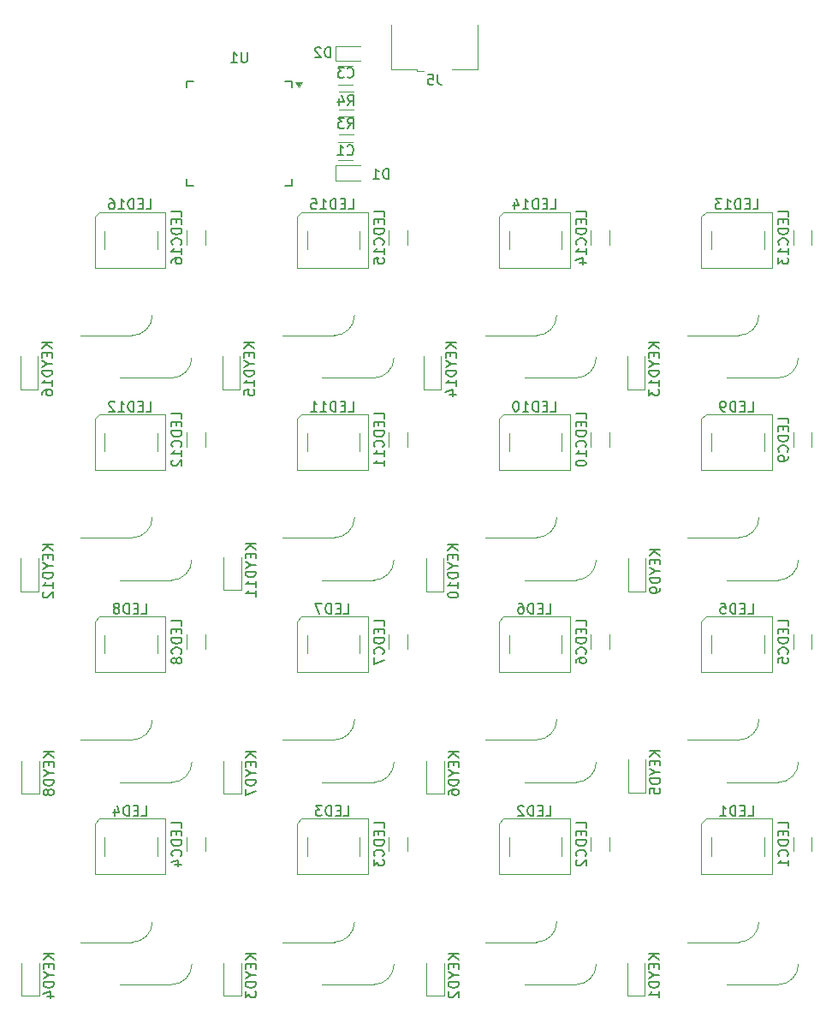
<source format=gbr>
%TF.GenerationSoftware,KiCad,Pcbnew,9.0.2*%
%TF.CreationDate,2025-06-23T15:12:23-04:00*%
%TF.ProjectId,MacroPad,4d616372-6f50-4616-942e-6b696361645f,rev?*%
%TF.SameCoordinates,Original*%
%TF.FileFunction,Legend,Bot*%
%TF.FilePolarity,Positive*%
%FSLAX46Y46*%
G04 Gerber Fmt 4.6, Leading zero omitted, Abs format (unit mm)*
G04 Created by KiCad (PCBNEW 9.0.2) date 2025-06-23 15:12:23*
%MOMM*%
%LPD*%
G01*
G04 APERTURE LIST*
%ADD10C,0.150000*%
%ADD11C,0.120000*%
G04 APERTURE END LIST*
D10*
X101595238Y-83704819D02*
X102071428Y-83704819D01*
X102071428Y-83704819D02*
X102071428Y-82704819D01*
X101261904Y-83181009D02*
X100928571Y-83181009D01*
X100785714Y-83704819D02*
X101261904Y-83704819D01*
X101261904Y-83704819D02*
X101261904Y-82704819D01*
X101261904Y-82704819D02*
X100785714Y-82704819D01*
X100357142Y-83704819D02*
X100357142Y-82704819D01*
X100357142Y-82704819D02*
X100119047Y-82704819D01*
X100119047Y-82704819D02*
X99976190Y-82752438D01*
X99976190Y-82752438D02*
X99880952Y-82847676D01*
X99880952Y-82847676D02*
X99833333Y-82942914D01*
X99833333Y-82942914D02*
X99785714Y-83133390D01*
X99785714Y-83133390D02*
X99785714Y-83276247D01*
X99785714Y-83276247D02*
X99833333Y-83466723D01*
X99833333Y-83466723D02*
X99880952Y-83561961D01*
X99880952Y-83561961D02*
X99976190Y-83657200D01*
X99976190Y-83657200D02*
X100119047Y-83704819D01*
X100119047Y-83704819D02*
X100357142Y-83704819D01*
X98833333Y-83704819D02*
X99404761Y-83704819D01*
X99119047Y-83704819D02*
X99119047Y-82704819D01*
X99119047Y-82704819D02*
X99214285Y-82847676D01*
X99214285Y-82847676D02*
X99309523Y-82942914D01*
X99309523Y-82942914D02*
X99404761Y-82990533D01*
X97880952Y-83704819D02*
X98452380Y-83704819D01*
X98166666Y-83704819D02*
X98166666Y-82704819D01*
X98166666Y-82704819D02*
X98261904Y-82847676D01*
X98261904Y-82847676D02*
X98357142Y-82942914D01*
X98357142Y-82942914D02*
X98452380Y-82990533D01*
X101595238Y-63704819D02*
X102071428Y-63704819D01*
X102071428Y-63704819D02*
X102071428Y-62704819D01*
X101261904Y-63181009D02*
X100928571Y-63181009D01*
X100785714Y-63704819D02*
X101261904Y-63704819D01*
X101261904Y-63704819D02*
X101261904Y-62704819D01*
X101261904Y-62704819D02*
X100785714Y-62704819D01*
X100357142Y-63704819D02*
X100357142Y-62704819D01*
X100357142Y-62704819D02*
X100119047Y-62704819D01*
X100119047Y-62704819D02*
X99976190Y-62752438D01*
X99976190Y-62752438D02*
X99880952Y-62847676D01*
X99880952Y-62847676D02*
X99833333Y-62942914D01*
X99833333Y-62942914D02*
X99785714Y-63133390D01*
X99785714Y-63133390D02*
X99785714Y-63276247D01*
X99785714Y-63276247D02*
X99833333Y-63466723D01*
X99833333Y-63466723D02*
X99880952Y-63561961D01*
X99880952Y-63561961D02*
X99976190Y-63657200D01*
X99976190Y-63657200D02*
X100119047Y-63704819D01*
X100119047Y-63704819D02*
X100357142Y-63704819D01*
X98833333Y-63704819D02*
X99404761Y-63704819D01*
X99119047Y-63704819D02*
X99119047Y-62704819D01*
X99119047Y-62704819D02*
X99214285Y-62847676D01*
X99214285Y-62847676D02*
X99309523Y-62942914D01*
X99309523Y-62942914D02*
X99404761Y-62990533D01*
X97928571Y-62704819D02*
X98404761Y-62704819D01*
X98404761Y-62704819D02*
X98452380Y-63181009D01*
X98452380Y-63181009D02*
X98404761Y-63133390D01*
X98404761Y-63133390D02*
X98309523Y-63085771D01*
X98309523Y-63085771D02*
X98071428Y-63085771D01*
X98071428Y-63085771D02*
X97976190Y-63133390D01*
X97976190Y-63133390D02*
X97928571Y-63181009D01*
X97928571Y-63181009D02*
X97880952Y-63276247D01*
X97880952Y-63276247D02*
X97880952Y-63514342D01*
X97880952Y-63514342D02*
X97928571Y-63609580D01*
X97928571Y-63609580D02*
X97976190Y-63657200D01*
X97976190Y-63657200D02*
X98071428Y-63704819D01*
X98071428Y-63704819D02*
X98309523Y-63704819D01*
X98309523Y-63704819D02*
X98404761Y-63657200D01*
X98404761Y-63657200D02*
X98452380Y-63609580D01*
X110433333Y-50404820D02*
X110433333Y-51119105D01*
X110433333Y-51119105D02*
X110480952Y-51261962D01*
X110480952Y-51261962D02*
X110576190Y-51357201D01*
X110576190Y-51357201D02*
X110719047Y-51404820D01*
X110719047Y-51404820D02*
X110814285Y-51404820D01*
X109480952Y-50404820D02*
X109957142Y-50404820D01*
X109957142Y-50404820D02*
X110004761Y-50881010D01*
X110004761Y-50881010D02*
X109957142Y-50833391D01*
X109957142Y-50833391D02*
X109861904Y-50785772D01*
X109861904Y-50785772D02*
X109623809Y-50785772D01*
X109623809Y-50785772D02*
X109528571Y-50833391D01*
X109528571Y-50833391D02*
X109480952Y-50881010D01*
X109480952Y-50881010D02*
X109433333Y-50976248D01*
X109433333Y-50976248D02*
X109433333Y-51214343D01*
X109433333Y-51214343D02*
X109480952Y-51309581D01*
X109480952Y-51309581D02*
X109528571Y-51357201D01*
X109528571Y-51357201D02*
X109623809Y-51404820D01*
X109623809Y-51404820D02*
X109861904Y-51404820D01*
X109861904Y-51404820D02*
X109957142Y-51357201D01*
X109957142Y-51357201D02*
X110004761Y-51309581D01*
X121119047Y-123704819D02*
X121595237Y-123704819D01*
X121595237Y-123704819D02*
X121595237Y-122704819D01*
X120785713Y-123181009D02*
X120452380Y-123181009D01*
X120309523Y-123704819D02*
X120785713Y-123704819D01*
X120785713Y-123704819D02*
X120785713Y-122704819D01*
X120785713Y-122704819D02*
X120309523Y-122704819D01*
X119880951Y-123704819D02*
X119880951Y-122704819D01*
X119880951Y-122704819D02*
X119642856Y-122704819D01*
X119642856Y-122704819D02*
X119499999Y-122752438D01*
X119499999Y-122752438D02*
X119404761Y-122847676D01*
X119404761Y-122847676D02*
X119357142Y-122942914D01*
X119357142Y-122942914D02*
X119309523Y-123133390D01*
X119309523Y-123133390D02*
X119309523Y-123276247D01*
X119309523Y-123276247D02*
X119357142Y-123466723D01*
X119357142Y-123466723D02*
X119404761Y-123561961D01*
X119404761Y-123561961D02*
X119499999Y-123657200D01*
X119499999Y-123657200D02*
X119642856Y-123704819D01*
X119642856Y-123704819D02*
X119880951Y-123704819D01*
X118928570Y-122800057D02*
X118880951Y-122752438D01*
X118880951Y-122752438D02*
X118785713Y-122704819D01*
X118785713Y-122704819D02*
X118547618Y-122704819D01*
X118547618Y-122704819D02*
X118452380Y-122752438D01*
X118452380Y-122752438D02*
X118404761Y-122800057D01*
X118404761Y-122800057D02*
X118357142Y-122895295D01*
X118357142Y-122895295D02*
X118357142Y-122990533D01*
X118357142Y-122990533D02*
X118404761Y-123133390D01*
X118404761Y-123133390D02*
X118976189Y-123704819D01*
X118976189Y-123704819D02*
X118357142Y-123704819D01*
X81595238Y-83704819D02*
X82071428Y-83704819D01*
X82071428Y-83704819D02*
X82071428Y-82704819D01*
X81261904Y-83181009D02*
X80928571Y-83181009D01*
X80785714Y-83704819D02*
X81261904Y-83704819D01*
X81261904Y-83704819D02*
X81261904Y-82704819D01*
X81261904Y-82704819D02*
X80785714Y-82704819D01*
X80357142Y-83704819D02*
X80357142Y-82704819D01*
X80357142Y-82704819D02*
X80119047Y-82704819D01*
X80119047Y-82704819D02*
X79976190Y-82752438D01*
X79976190Y-82752438D02*
X79880952Y-82847676D01*
X79880952Y-82847676D02*
X79833333Y-82942914D01*
X79833333Y-82942914D02*
X79785714Y-83133390D01*
X79785714Y-83133390D02*
X79785714Y-83276247D01*
X79785714Y-83276247D02*
X79833333Y-83466723D01*
X79833333Y-83466723D02*
X79880952Y-83561961D01*
X79880952Y-83561961D02*
X79976190Y-83657200D01*
X79976190Y-83657200D02*
X80119047Y-83704819D01*
X80119047Y-83704819D02*
X80357142Y-83704819D01*
X78833333Y-83704819D02*
X79404761Y-83704819D01*
X79119047Y-83704819D02*
X79119047Y-82704819D01*
X79119047Y-82704819D02*
X79214285Y-82847676D01*
X79214285Y-82847676D02*
X79309523Y-82942914D01*
X79309523Y-82942914D02*
X79404761Y-82990533D01*
X78452380Y-82800057D02*
X78404761Y-82752438D01*
X78404761Y-82752438D02*
X78309523Y-82704819D01*
X78309523Y-82704819D02*
X78071428Y-82704819D01*
X78071428Y-82704819D02*
X77976190Y-82752438D01*
X77976190Y-82752438D02*
X77928571Y-82800057D01*
X77928571Y-82800057D02*
X77880952Y-82895295D01*
X77880952Y-82895295D02*
X77880952Y-82990533D01*
X77880952Y-82990533D02*
X77928571Y-83133390D01*
X77928571Y-83133390D02*
X78499999Y-83704819D01*
X78499999Y-83704819D02*
X77880952Y-83704819D01*
X141119047Y-83704819D02*
X141595237Y-83704819D01*
X141595237Y-83704819D02*
X141595237Y-82704819D01*
X140785713Y-83181009D02*
X140452380Y-83181009D01*
X140309523Y-83704819D02*
X140785713Y-83704819D01*
X140785713Y-83704819D02*
X140785713Y-82704819D01*
X140785713Y-82704819D02*
X140309523Y-82704819D01*
X139880951Y-83704819D02*
X139880951Y-82704819D01*
X139880951Y-82704819D02*
X139642856Y-82704819D01*
X139642856Y-82704819D02*
X139499999Y-82752438D01*
X139499999Y-82752438D02*
X139404761Y-82847676D01*
X139404761Y-82847676D02*
X139357142Y-82942914D01*
X139357142Y-82942914D02*
X139309523Y-83133390D01*
X139309523Y-83133390D02*
X139309523Y-83276247D01*
X139309523Y-83276247D02*
X139357142Y-83466723D01*
X139357142Y-83466723D02*
X139404761Y-83561961D01*
X139404761Y-83561961D02*
X139499999Y-83657200D01*
X139499999Y-83657200D02*
X139642856Y-83704819D01*
X139642856Y-83704819D02*
X139880951Y-83704819D01*
X138833332Y-83704819D02*
X138642856Y-83704819D01*
X138642856Y-83704819D02*
X138547618Y-83657200D01*
X138547618Y-83657200D02*
X138499999Y-83609580D01*
X138499999Y-83609580D02*
X138404761Y-83466723D01*
X138404761Y-83466723D02*
X138357142Y-83276247D01*
X138357142Y-83276247D02*
X138357142Y-82895295D01*
X138357142Y-82895295D02*
X138404761Y-82800057D01*
X138404761Y-82800057D02*
X138452380Y-82752438D01*
X138452380Y-82752438D02*
X138547618Y-82704819D01*
X138547618Y-82704819D02*
X138738094Y-82704819D01*
X138738094Y-82704819D02*
X138833332Y-82752438D01*
X138833332Y-82752438D02*
X138880951Y-82800057D01*
X138880951Y-82800057D02*
X138928570Y-82895295D01*
X138928570Y-82895295D02*
X138928570Y-83133390D01*
X138928570Y-83133390D02*
X138880951Y-83228628D01*
X138880951Y-83228628D02*
X138833332Y-83276247D01*
X138833332Y-83276247D02*
X138738094Y-83323866D01*
X138738094Y-83323866D02*
X138547618Y-83323866D01*
X138547618Y-83323866D02*
X138452380Y-83276247D01*
X138452380Y-83276247D02*
X138404761Y-83228628D01*
X138404761Y-83228628D02*
X138357142Y-83133390D01*
X121595238Y-63704819D02*
X122071428Y-63704819D01*
X122071428Y-63704819D02*
X122071428Y-62704819D01*
X121261904Y-63181009D02*
X120928571Y-63181009D01*
X120785714Y-63704819D02*
X121261904Y-63704819D01*
X121261904Y-63704819D02*
X121261904Y-62704819D01*
X121261904Y-62704819D02*
X120785714Y-62704819D01*
X120357142Y-63704819D02*
X120357142Y-62704819D01*
X120357142Y-62704819D02*
X120119047Y-62704819D01*
X120119047Y-62704819D02*
X119976190Y-62752438D01*
X119976190Y-62752438D02*
X119880952Y-62847676D01*
X119880952Y-62847676D02*
X119833333Y-62942914D01*
X119833333Y-62942914D02*
X119785714Y-63133390D01*
X119785714Y-63133390D02*
X119785714Y-63276247D01*
X119785714Y-63276247D02*
X119833333Y-63466723D01*
X119833333Y-63466723D02*
X119880952Y-63561961D01*
X119880952Y-63561961D02*
X119976190Y-63657200D01*
X119976190Y-63657200D02*
X120119047Y-63704819D01*
X120119047Y-63704819D02*
X120357142Y-63704819D01*
X118833333Y-63704819D02*
X119404761Y-63704819D01*
X119119047Y-63704819D02*
X119119047Y-62704819D01*
X119119047Y-62704819D02*
X119214285Y-62847676D01*
X119214285Y-62847676D02*
X119309523Y-62942914D01*
X119309523Y-62942914D02*
X119404761Y-62990533D01*
X117976190Y-63038152D02*
X117976190Y-63704819D01*
X118214285Y-62657200D02*
X118452380Y-63371485D01*
X118452380Y-63371485D02*
X117833333Y-63371485D01*
X101119047Y-103704819D02*
X101595237Y-103704819D01*
X101595237Y-103704819D02*
X101595237Y-102704819D01*
X100785713Y-103181009D02*
X100452380Y-103181009D01*
X100309523Y-103704819D02*
X100785713Y-103704819D01*
X100785713Y-103704819D02*
X100785713Y-102704819D01*
X100785713Y-102704819D02*
X100309523Y-102704819D01*
X99880951Y-103704819D02*
X99880951Y-102704819D01*
X99880951Y-102704819D02*
X99642856Y-102704819D01*
X99642856Y-102704819D02*
X99499999Y-102752438D01*
X99499999Y-102752438D02*
X99404761Y-102847676D01*
X99404761Y-102847676D02*
X99357142Y-102942914D01*
X99357142Y-102942914D02*
X99309523Y-103133390D01*
X99309523Y-103133390D02*
X99309523Y-103276247D01*
X99309523Y-103276247D02*
X99357142Y-103466723D01*
X99357142Y-103466723D02*
X99404761Y-103561961D01*
X99404761Y-103561961D02*
X99499999Y-103657200D01*
X99499999Y-103657200D02*
X99642856Y-103704819D01*
X99642856Y-103704819D02*
X99880951Y-103704819D01*
X98976189Y-102704819D02*
X98309523Y-102704819D01*
X98309523Y-102704819D02*
X98738094Y-103704819D01*
X81119047Y-123704819D02*
X81595237Y-123704819D01*
X81595237Y-123704819D02*
X81595237Y-122704819D01*
X80785713Y-123181009D02*
X80452380Y-123181009D01*
X80309523Y-123704819D02*
X80785713Y-123704819D01*
X80785713Y-123704819D02*
X80785713Y-122704819D01*
X80785713Y-122704819D02*
X80309523Y-122704819D01*
X79880951Y-123704819D02*
X79880951Y-122704819D01*
X79880951Y-122704819D02*
X79642856Y-122704819D01*
X79642856Y-122704819D02*
X79499999Y-122752438D01*
X79499999Y-122752438D02*
X79404761Y-122847676D01*
X79404761Y-122847676D02*
X79357142Y-122942914D01*
X79357142Y-122942914D02*
X79309523Y-123133390D01*
X79309523Y-123133390D02*
X79309523Y-123276247D01*
X79309523Y-123276247D02*
X79357142Y-123466723D01*
X79357142Y-123466723D02*
X79404761Y-123561961D01*
X79404761Y-123561961D02*
X79499999Y-123657200D01*
X79499999Y-123657200D02*
X79642856Y-123704819D01*
X79642856Y-123704819D02*
X79880951Y-123704819D01*
X78452380Y-123038152D02*
X78452380Y-123704819D01*
X78690475Y-122657200D02*
X78928570Y-123371485D01*
X78928570Y-123371485D02*
X78309523Y-123371485D01*
X121595238Y-83704819D02*
X122071428Y-83704819D01*
X122071428Y-83704819D02*
X122071428Y-82704819D01*
X121261904Y-83181009D02*
X120928571Y-83181009D01*
X120785714Y-83704819D02*
X121261904Y-83704819D01*
X121261904Y-83704819D02*
X121261904Y-82704819D01*
X121261904Y-82704819D02*
X120785714Y-82704819D01*
X120357142Y-83704819D02*
X120357142Y-82704819D01*
X120357142Y-82704819D02*
X120119047Y-82704819D01*
X120119047Y-82704819D02*
X119976190Y-82752438D01*
X119976190Y-82752438D02*
X119880952Y-82847676D01*
X119880952Y-82847676D02*
X119833333Y-82942914D01*
X119833333Y-82942914D02*
X119785714Y-83133390D01*
X119785714Y-83133390D02*
X119785714Y-83276247D01*
X119785714Y-83276247D02*
X119833333Y-83466723D01*
X119833333Y-83466723D02*
X119880952Y-83561961D01*
X119880952Y-83561961D02*
X119976190Y-83657200D01*
X119976190Y-83657200D02*
X120119047Y-83704819D01*
X120119047Y-83704819D02*
X120357142Y-83704819D01*
X118833333Y-83704819D02*
X119404761Y-83704819D01*
X119119047Y-83704819D02*
X119119047Y-82704819D01*
X119119047Y-82704819D02*
X119214285Y-82847676D01*
X119214285Y-82847676D02*
X119309523Y-82942914D01*
X119309523Y-82942914D02*
X119404761Y-82990533D01*
X118214285Y-82704819D02*
X118119047Y-82704819D01*
X118119047Y-82704819D02*
X118023809Y-82752438D01*
X118023809Y-82752438D02*
X117976190Y-82800057D01*
X117976190Y-82800057D02*
X117928571Y-82895295D01*
X117928571Y-82895295D02*
X117880952Y-83085771D01*
X117880952Y-83085771D02*
X117880952Y-83323866D01*
X117880952Y-83323866D02*
X117928571Y-83514342D01*
X117928571Y-83514342D02*
X117976190Y-83609580D01*
X117976190Y-83609580D02*
X118023809Y-83657200D01*
X118023809Y-83657200D02*
X118119047Y-83704819D01*
X118119047Y-83704819D02*
X118214285Y-83704819D01*
X118214285Y-83704819D02*
X118309523Y-83657200D01*
X118309523Y-83657200D02*
X118357142Y-83609580D01*
X118357142Y-83609580D02*
X118404761Y-83514342D01*
X118404761Y-83514342D02*
X118452380Y-83323866D01*
X118452380Y-83323866D02*
X118452380Y-83085771D01*
X118452380Y-83085771D02*
X118404761Y-82895295D01*
X118404761Y-82895295D02*
X118357142Y-82800057D01*
X118357142Y-82800057D02*
X118309523Y-82752438D01*
X118309523Y-82752438D02*
X118214285Y-82704819D01*
X141119047Y-123704819D02*
X141595237Y-123704819D01*
X141595237Y-123704819D02*
X141595237Y-122704819D01*
X140785713Y-123181009D02*
X140452380Y-123181009D01*
X140309523Y-123704819D02*
X140785713Y-123704819D01*
X140785713Y-123704819D02*
X140785713Y-122704819D01*
X140785713Y-122704819D02*
X140309523Y-122704819D01*
X139880951Y-123704819D02*
X139880951Y-122704819D01*
X139880951Y-122704819D02*
X139642856Y-122704819D01*
X139642856Y-122704819D02*
X139499999Y-122752438D01*
X139499999Y-122752438D02*
X139404761Y-122847676D01*
X139404761Y-122847676D02*
X139357142Y-122942914D01*
X139357142Y-122942914D02*
X139309523Y-123133390D01*
X139309523Y-123133390D02*
X139309523Y-123276247D01*
X139309523Y-123276247D02*
X139357142Y-123466723D01*
X139357142Y-123466723D02*
X139404761Y-123561961D01*
X139404761Y-123561961D02*
X139499999Y-123657200D01*
X139499999Y-123657200D02*
X139642856Y-123704819D01*
X139642856Y-123704819D02*
X139880951Y-123704819D01*
X138357142Y-123704819D02*
X138928570Y-123704819D01*
X138642856Y-123704819D02*
X138642856Y-122704819D01*
X138642856Y-122704819D02*
X138738094Y-122847676D01*
X138738094Y-122847676D02*
X138833332Y-122942914D01*
X138833332Y-122942914D02*
X138928570Y-122990533D01*
X141119047Y-103704819D02*
X141595237Y-103704819D01*
X141595237Y-103704819D02*
X141595237Y-102704819D01*
X140785713Y-103181009D02*
X140452380Y-103181009D01*
X140309523Y-103704819D02*
X140785713Y-103704819D01*
X140785713Y-103704819D02*
X140785713Y-102704819D01*
X140785713Y-102704819D02*
X140309523Y-102704819D01*
X139880951Y-103704819D02*
X139880951Y-102704819D01*
X139880951Y-102704819D02*
X139642856Y-102704819D01*
X139642856Y-102704819D02*
X139499999Y-102752438D01*
X139499999Y-102752438D02*
X139404761Y-102847676D01*
X139404761Y-102847676D02*
X139357142Y-102942914D01*
X139357142Y-102942914D02*
X139309523Y-103133390D01*
X139309523Y-103133390D02*
X139309523Y-103276247D01*
X139309523Y-103276247D02*
X139357142Y-103466723D01*
X139357142Y-103466723D02*
X139404761Y-103561961D01*
X139404761Y-103561961D02*
X139499999Y-103657200D01*
X139499999Y-103657200D02*
X139642856Y-103704819D01*
X139642856Y-103704819D02*
X139880951Y-103704819D01*
X138404761Y-102704819D02*
X138880951Y-102704819D01*
X138880951Y-102704819D02*
X138928570Y-103181009D01*
X138928570Y-103181009D02*
X138880951Y-103133390D01*
X138880951Y-103133390D02*
X138785713Y-103085771D01*
X138785713Y-103085771D02*
X138547618Y-103085771D01*
X138547618Y-103085771D02*
X138452380Y-103133390D01*
X138452380Y-103133390D02*
X138404761Y-103181009D01*
X138404761Y-103181009D02*
X138357142Y-103276247D01*
X138357142Y-103276247D02*
X138357142Y-103514342D01*
X138357142Y-103514342D02*
X138404761Y-103609580D01*
X138404761Y-103609580D02*
X138452380Y-103657200D01*
X138452380Y-103657200D02*
X138547618Y-103704819D01*
X138547618Y-103704819D02*
X138785713Y-103704819D01*
X138785713Y-103704819D02*
X138880951Y-103657200D01*
X138880951Y-103657200D02*
X138928570Y-103609580D01*
X81119047Y-103704819D02*
X81595237Y-103704819D01*
X81595237Y-103704819D02*
X81595237Y-102704819D01*
X80785713Y-103181009D02*
X80452380Y-103181009D01*
X80309523Y-103704819D02*
X80785713Y-103704819D01*
X80785713Y-103704819D02*
X80785713Y-102704819D01*
X80785713Y-102704819D02*
X80309523Y-102704819D01*
X79880951Y-103704819D02*
X79880951Y-102704819D01*
X79880951Y-102704819D02*
X79642856Y-102704819D01*
X79642856Y-102704819D02*
X79499999Y-102752438D01*
X79499999Y-102752438D02*
X79404761Y-102847676D01*
X79404761Y-102847676D02*
X79357142Y-102942914D01*
X79357142Y-102942914D02*
X79309523Y-103133390D01*
X79309523Y-103133390D02*
X79309523Y-103276247D01*
X79309523Y-103276247D02*
X79357142Y-103466723D01*
X79357142Y-103466723D02*
X79404761Y-103561961D01*
X79404761Y-103561961D02*
X79499999Y-103657200D01*
X79499999Y-103657200D02*
X79642856Y-103704819D01*
X79642856Y-103704819D02*
X79880951Y-103704819D01*
X78738094Y-103133390D02*
X78833332Y-103085771D01*
X78833332Y-103085771D02*
X78880951Y-103038152D01*
X78880951Y-103038152D02*
X78928570Y-102942914D01*
X78928570Y-102942914D02*
X78928570Y-102895295D01*
X78928570Y-102895295D02*
X78880951Y-102800057D01*
X78880951Y-102800057D02*
X78833332Y-102752438D01*
X78833332Y-102752438D02*
X78738094Y-102704819D01*
X78738094Y-102704819D02*
X78547618Y-102704819D01*
X78547618Y-102704819D02*
X78452380Y-102752438D01*
X78452380Y-102752438D02*
X78404761Y-102800057D01*
X78404761Y-102800057D02*
X78357142Y-102895295D01*
X78357142Y-102895295D02*
X78357142Y-102942914D01*
X78357142Y-102942914D02*
X78404761Y-103038152D01*
X78404761Y-103038152D02*
X78452380Y-103085771D01*
X78452380Y-103085771D02*
X78547618Y-103133390D01*
X78547618Y-103133390D02*
X78738094Y-103133390D01*
X78738094Y-103133390D02*
X78833332Y-103181009D01*
X78833332Y-103181009D02*
X78880951Y-103228628D01*
X78880951Y-103228628D02*
X78928570Y-103323866D01*
X78928570Y-103323866D02*
X78928570Y-103514342D01*
X78928570Y-103514342D02*
X78880951Y-103609580D01*
X78880951Y-103609580D02*
X78833332Y-103657200D01*
X78833332Y-103657200D02*
X78738094Y-103704819D01*
X78738094Y-103704819D02*
X78547618Y-103704819D01*
X78547618Y-103704819D02*
X78452380Y-103657200D01*
X78452380Y-103657200D02*
X78404761Y-103609580D01*
X78404761Y-103609580D02*
X78357142Y-103514342D01*
X78357142Y-103514342D02*
X78357142Y-103323866D01*
X78357142Y-103323866D02*
X78404761Y-103228628D01*
X78404761Y-103228628D02*
X78452380Y-103181009D01*
X78452380Y-103181009D02*
X78547618Y-103133390D01*
X81595238Y-63704819D02*
X82071428Y-63704819D01*
X82071428Y-63704819D02*
X82071428Y-62704819D01*
X81261904Y-63181009D02*
X80928571Y-63181009D01*
X80785714Y-63704819D02*
X81261904Y-63704819D01*
X81261904Y-63704819D02*
X81261904Y-62704819D01*
X81261904Y-62704819D02*
X80785714Y-62704819D01*
X80357142Y-63704819D02*
X80357142Y-62704819D01*
X80357142Y-62704819D02*
X80119047Y-62704819D01*
X80119047Y-62704819D02*
X79976190Y-62752438D01*
X79976190Y-62752438D02*
X79880952Y-62847676D01*
X79880952Y-62847676D02*
X79833333Y-62942914D01*
X79833333Y-62942914D02*
X79785714Y-63133390D01*
X79785714Y-63133390D02*
X79785714Y-63276247D01*
X79785714Y-63276247D02*
X79833333Y-63466723D01*
X79833333Y-63466723D02*
X79880952Y-63561961D01*
X79880952Y-63561961D02*
X79976190Y-63657200D01*
X79976190Y-63657200D02*
X80119047Y-63704819D01*
X80119047Y-63704819D02*
X80357142Y-63704819D01*
X78833333Y-63704819D02*
X79404761Y-63704819D01*
X79119047Y-63704819D02*
X79119047Y-62704819D01*
X79119047Y-62704819D02*
X79214285Y-62847676D01*
X79214285Y-62847676D02*
X79309523Y-62942914D01*
X79309523Y-62942914D02*
X79404761Y-62990533D01*
X77976190Y-62704819D02*
X78166666Y-62704819D01*
X78166666Y-62704819D02*
X78261904Y-62752438D01*
X78261904Y-62752438D02*
X78309523Y-62800057D01*
X78309523Y-62800057D02*
X78404761Y-62942914D01*
X78404761Y-62942914D02*
X78452380Y-63133390D01*
X78452380Y-63133390D02*
X78452380Y-63514342D01*
X78452380Y-63514342D02*
X78404761Y-63609580D01*
X78404761Y-63609580D02*
X78357142Y-63657200D01*
X78357142Y-63657200D02*
X78261904Y-63704819D01*
X78261904Y-63704819D02*
X78071428Y-63704819D01*
X78071428Y-63704819D02*
X77976190Y-63657200D01*
X77976190Y-63657200D02*
X77928571Y-63609580D01*
X77928571Y-63609580D02*
X77880952Y-63514342D01*
X77880952Y-63514342D02*
X77880952Y-63276247D01*
X77880952Y-63276247D02*
X77928571Y-63181009D01*
X77928571Y-63181009D02*
X77976190Y-63133390D01*
X77976190Y-63133390D02*
X78071428Y-63085771D01*
X78071428Y-63085771D02*
X78261904Y-63085771D01*
X78261904Y-63085771D02*
X78357142Y-63133390D01*
X78357142Y-63133390D02*
X78404761Y-63181009D01*
X78404761Y-63181009D02*
X78452380Y-63276247D01*
X101119047Y-123704819D02*
X101595237Y-123704819D01*
X101595237Y-123704819D02*
X101595237Y-122704819D01*
X100785713Y-123181009D02*
X100452380Y-123181009D01*
X100309523Y-123704819D02*
X100785713Y-123704819D01*
X100785713Y-123704819D02*
X100785713Y-122704819D01*
X100785713Y-122704819D02*
X100309523Y-122704819D01*
X99880951Y-123704819D02*
X99880951Y-122704819D01*
X99880951Y-122704819D02*
X99642856Y-122704819D01*
X99642856Y-122704819D02*
X99499999Y-122752438D01*
X99499999Y-122752438D02*
X99404761Y-122847676D01*
X99404761Y-122847676D02*
X99357142Y-122942914D01*
X99357142Y-122942914D02*
X99309523Y-123133390D01*
X99309523Y-123133390D02*
X99309523Y-123276247D01*
X99309523Y-123276247D02*
X99357142Y-123466723D01*
X99357142Y-123466723D02*
X99404761Y-123561961D01*
X99404761Y-123561961D02*
X99499999Y-123657200D01*
X99499999Y-123657200D02*
X99642856Y-123704819D01*
X99642856Y-123704819D02*
X99880951Y-123704819D01*
X98976189Y-122704819D02*
X98357142Y-122704819D01*
X98357142Y-122704819D02*
X98690475Y-123085771D01*
X98690475Y-123085771D02*
X98547618Y-123085771D01*
X98547618Y-123085771D02*
X98452380Y-123133390D01*
X98452380Y-123133390D02*
X98404761Y-123181009D01*
X98404761Y-123181009D02*
X98357142Y-123276247D01*
X98357142Y-123276247D02*
X98357142Y-123514342D01*
X98357142Y-123514342D02*
X98404761Y-123609580D01*
X98404761Y-123609580D02*
X98452380Y-123657200D01*
X98452380Y-123657200D02*
X98547618Y-123704819D01*
X98547618Y-123704819D02*
X98833332Y-123704819D01*
X98833332Y-123704819D02*
X98928570Y-123657200D01*
X98928570Y-123657200D02*
X98976189Y-123609580D01*
X121119047Y-103704819D02*
X121595237Y-103704819D01*
X121595237Y-103704819D02*
X121595237Y-102704819D01*
X120785713Y-103181009D02*
X120452380Y-103181009D01*
X120309523Y-103704819D02*
X120785713Y-103704819D01*
X120785713Y-103704819D02*
X120785713Y-102704819D01*
X120785713Y-102704819D02*
X120309523Y-102704819D01*
X119880951Y-103704819D02*
X119880951Y-102704819D01*
X119880951Y-102704819D02*
X119642856Y-102704819D01*
X119642856Y-102704819D02*
X119499999Y-102752438D01*
X119499999Y-102752438D02*
X119404761Y-102847676D01*
X119404761Y-102847676D02*
X119357142Y-102942914D01*
X119357142Y-102942914D02*
X119309523Y-103133390D01*
X119309523Y-103133390D02*
X119309523Y-103276247D01*
X119309523Y-103276247D02*
X119357142Y-103466723D01*
X119357142Y-103466723D02*
X119404761Y-103561961D01*
X119404761Y-103561961D02*
X119499999Y-103657200D01*
X119499999Y-103657200D02*
X119642856Y-103704819D01*
X119642856Y-103704819D02*
X119880951Y-103704819D01*
X118452380Y-102704819D02*
X118642856Y-102704819D01*
X118642856Y-102704819D02*
X118738094Y-102752438D01*
X118738094Y-102752438D02*
X118785713Y-102800057D01*
X118785713Y-102800057D02*
X118880951Y-102942914D01*
X118880951Y-102942914D02*
X118928570Y-103133390D01*
X118928570Y-103133390D02*
X118928570Y-103514342D01*
X118928570Y-103514342D02*
X118880951Y-103609580D01*
X118880951Y-103609580D02*
X118833332Y-103657200D01*
X118833332Y-103657200D02*
X118738094Y-103704819D01*
X118738094Y-103704819D02*
X118547618Y-103704819D01*
X118547618Y-103704819D02*
X118452380Y-103657200D01*
X118452380Y-103657200D02*
X118404761Y-103609580D01*
X118404761Y-103609580D02*
X118357142Y-103514342D01*
X118357142Y-103514342D02*
X118357142Y-103276247D01*
X118357142Y-103276247D02*
X118404761Y-103181009D01*
X118404761Y-103181009D02*
X118452380Y-103133390D01*
X118452380Y-103133390D02*
X118547618Y-103085771D01*
X118547618Y-103085771D02*
X118738094Y-103085771D01*
X118738094Y-103085771D02*
X118833332Y-103133390D01*
X118833332Y-103133390D02*
X118880951Y-103181009D01*
X118880951Y-103181009D02*
X118928570Y-103276247D01*
X141595238Y-63704819D02*
X142071428Y-63704819D01*
X142071428Y-63704819D02*
X142071428Y-62704819D01*
X141261904Y-63181009D02*
X140928571Y-63181009D01*
X140785714Y-63704819D02*
X141261904Y-63704819D01*
X141261904Y-63704819D02*
X141261904Y-62704819D01*
X141261904Y-62704819D02*
X140785714Y-62704819D01*
X140357142Y-63704819D02*
X140357142Y-62704819D01*
X140357142Y-62704819D02*
X140119047Y-62704819D01*
X140119047Y-62704819D02*
X139976190Y-62752438D01*
X139976190Y-62752438D02*
X139880952Y-62847676D01*
X139880952Y-62847676D02*
X139833333Y-62942914D01*
X139833333Y-62942914D02*
X139785714Y-63133390D01*
X139785714Y-63133390D02*
X139785714Y-63276247D01*
X139785714Y-63276247D02*
X139833333Y-63466723D01*
X139833333Y-63466723D02*
X139880952Y-63561961D01*
X139880952Y-63561961D02*
X139976190Y-63657200D01*
X139976190Y-63657200D02*
X140119047Y-63704819D01*
X140119047Y-63704819D02*
X140357142Y-63704819D01*
X138833333Y-63704819D02*
X139404761Y-63704819D01*
X139119047Y-63704819D02*
X139119047Y-62704819D01*
X139119047Y-62704819D02*
X139214285Y-62847676D01*
X139214285Y-62847676D02*
X139309523Y-62942914D01*
X139309523Y-62942914D02*
X139404761Y-62990533D01*
X138499999Y-62704819D02*
X137880952Y-62704819D01*
X137880952Y-62704819D02*
X138214285Y-63085771D01*
X138214285Y-63085771D02*
X138071428Y-63085771D01*
X138071428Y-63085771D02*
X137976190Y-63133390D01*
X137976190Y-63133390D02*
X137928571Y-63181009D01*
X137928571Y-63181009D02*
X137880952Y-63276247D01*
X137880952Y-63276247D02*
X137880952Y-63514342D01*
X137880952Y-63514342D02*
X137928571Y-63609580D01*
X137928571Y-63609580D02*
X137976190Y-63657200D01*
X137976190Y-63657200D02*
X138071428Y-63704819D01*
X138071428Y-63704819D02*
X138357142Y-63704819D01*
X138357142Y-63704819D02*
X138452380Y-63657200D01*
X138452380Y-63657200D02*
X138499999Y-63609580D01*
X105104819Y-104880952D02*
X105104819Y-104404762D01*
X105104819Y-104404762D02*
X104104819Y-104404762D01*
X104581009Y-105214286D02*
X104581009Y-105547619D01*
X105104819Y-105690476D02*
X105104819Y-105214286D01*
X105104819Y-105214286D02*
X104104819Y-105214286D01*
X104104819Y-105214286D02*
X104104819Y-105690476D01*
X105104819Y-106119048D02*
X104104819Y-106119048D01*
X104104819Y-106119048D02*
X104104819Y-106357143D01*
X104104819Y-106357143D02*
X104152438Y-106500000D01*
X104152438Y-106500000D02*
X104247676Y-106595238D01*
X104247676Y-106595238D02*
X104342914Y-106642857D01*
X104342914Y-106642857D02*
X104533390Y-106690476D01*
X104533390Y-106690476D02*
X104676247Y-106690476D01*
X104676247Y-106690476D02*
X104866723Y-106642857D01*
X104866723Y-106642857D02*
X104961961Y-106595238D01*
X104961961Y-106595238D02*
X105057200Y-106500000D01*
X105057200Y-106500000D02*
X105104819Y-106357143D01*
X105104819Y-106357143D02*
X105104819Y-106119048D01*
X105009580Y-107690476D02*
X105057200Y-107642857D01*
X105057200Y-107642857D02*
X105104819Y-107500000D01*
X105104819Y-107500000D02*
X105104819Y-107404762D01*
X105104819Y-107404762D02*
X105057200Y-107261905D01*
X105057200Y-107261905D02*
X104961961Y-107166667D01*
X104961961Y-107166667D02*
X104866723Y-107119048D01*
X104866723Y-107119048D02*
X104676247Y-107071429D01*
X104676247Y-107071429D02*
X104533390Y-107071429D01*
X104533390Y-107071429D02*
X104342914Y-107119048D01*
X104342914Y-107119048D02*
X104247676Y-107166667D01*
X104247676Y-107166667D02*
X104152438Y-107261905D01*
X104152438Y-107261905D02*
X104104819Y-107404762D01*
X104104819Y-107404762D02*
X104104819Y-107500000D01*
X104104819Y-107500000D02*
X104152438Y-107642857D01*
X104152438Y-107642857D02*
X104200057Y-107690476D01*
X104104819Y-108023810D02*
X104104819Y-108690476D01*
X104104819Y-108690476D02*
X105104819Y-108261905D01*
X145104819Y-64404761D02*
X145104819Y-63928571D01*
X145104819Y-63928571D02*
X144104819Y-63928571D01*
X144581009Y-64738095D02*
X144581009Y-65071428D01*
X145104819Y-65214285D02*
X145104819Y-64738095D01*
X145104819Y-64738095D02*
X144104819Y-64738095D01*
X144104819Y-64738095D02*
X144104819Y-65214285D01*
X145104819Y-65642857D02*
X144104819Y-65642857D01*
X144104819Y-65642857D02*
X144104819Y-65880952D01*
X144104819Y-65880952D02*
X144152438Y-66023809D01*
X144152438Y-66023809D02*
X144247676Y-66119047D01*
X144247676Y-66119047D02*
X144342914Y-66166666D01*
X144342914Y-66166666D02*
X144533390Y-66214285D01*
X144533390Y-66214285D02*
X144676247Y-66214285D01*
X144676247Y-66214285D02*
X144866723Y-66166666D01*
X144866723Y-66166666D02*
X144961961Y-66119047D01*
X144961961Y-66119047D02*
X145057200Y-66023809D01*
X145057200Y-66023809D02*
X145104819Y-65880952D01*
X145104819Y-65880952D02*
X145104819Y-65642857D01*
X145009580Y-67214285D02*
X145057200Y-67166666D01*
X145057200Y-67166666D02*
X145104819Y-67023809D01*
X145104819Y-67023809D02*
X145104819Y-66928571D01*
X145104819Y-66928571D02*
X145057200Y-66785714D01*
X145057200Y-66785714D02*
X144961961Y-66690476D01*
X144961961Y-66690476D02*
X144866723Y-66642857D01*
X144866723Y-66642857D02*
X144676247Y-66595238D01*
X144676247Y-66595238D02*
X144533390Y-66595238D01*
X144533390Y-66595238D02*
X144342914Y-66642857D01*
X144342914Y-66642857D02*
X144247676Y-66690476D01*
X144247676Y-66690476D02*
X144152438Y-66785714D01*
X144152438Y-66785714D02*
X144104819Y-66928571D01*
X144104819Y-66928571D02*
X144104819Y-67023809D01*
X144104819Y-67023809D02*
X144152438Y-67166666D01*
X144152438Y-67166666D02*
X144200057Y-67214285D01*
X145104819Y-68166666D02*
X145104819Y-67595238D01*
X145104819Y-67880952D02*
X144104819Y-67880952D01*
X144104819Y-67880952D02*
X144247676Y-67785714D01*
X144247676Y-67785714D02*
X144342914Y-67690476D01*
X144342914Y-67690476D02*
X144390533Y-67595238D01*
X144104819Y-68500000D02*
X144104819Y-69119047D01*
X144104819Y-69119047D02*
X144485771Y-68785714D01*
X144485771Y-68785714D02*
X144485771Y-68928571D01*
X144485771Y-68928571D02*
X144533390Y-69023809D01*
X144533390Y-69023809D02*
X144581009Y-69071428D01*
X144581009Y-69071428D02*
X144676247Y-69119047D01*
X144676247Y-69119047D02*
X144914342Y-69119047D01*
X144914342Y-69119047D02*
X145009580Y-69071428D01*
X145009580Y-69071428D02*
X145057200Y-69023809D01*
X145057200Y-69023809D02*
X145104819Y-68928571D01*
X145104819Y-68928571D02*
X145104819Y-68642857D01*
X145104819Y-68642857D02*
X145057200Y-68547619D01*
X145057200Y-68547619D02*
X145009580Y-68500000D01*
X132427819Y-97380952D02*
X131427819Y-97380952D01*
X132427819Y-97952380D02*
X131856390Y-97523809D01*
X131427819Y-97952380D02*
X131999247Y-97380952D01*
X131904009Y-98380952D02*
X131904009Y-98714285D01*
X132427819Y-98857142D02*
X132427819Y-98380952D01*
X132427819Y-98380952D02*
X131427819Y-98380952D01*
X131427819Y-98380952D02*
X131427819Y-98857142D01*
X131951628Y-99476190D02*
X132427819Y-99476190D01*
X131427819Y-99142857D02*
X131951628Y-99476190D01*
X131951628Y-99476190D02*
X131427819Y-99809523D01*
X132427819Y-100142857D02*
X131427819Y-100142857D01*
X131427819Y-100142857D02*
X131427819Y-100380952D01*
X131427819Y-100380952D02*
X131475438Y-100523809D01*
X131475438Y-100523809D02*
X131570676Y-100619047D01*
X131570676Y-100619047D02*
X131665914Y-100666666D01*
X131665914Y-100666666D02*
X131856390Y-100714285D01*
X131856390Y-100714285D02*
X131999247Y-100714285D01*
X131999247Y-100714285D02*
X132189723Y-100666666D01*
X132189723Y-100666666D02*
X132284961Y-100619047D01*
X132284961Y-100619047D02*
X132380200Y-100523809D01*
X132380200Y-100523809D02*
X132427819Y-100380952D01*
X132427819Y-100380952D02*
X132427819Y-100142857D01*
X132427819Y-101190476D02*
X132427819Y-101380952D01*
X132427819Y-101380952D02*
X132380200Y-101476190D01*
X132380200Y-101476190D02*
X132332580Y-101523809D01*
X132332580Y-101523809D02*
X132189723Y-101619047D01*
X132189723Y-101619047D02*
X131999247Y-101666666D01*
X131999247Y-101666666D02*
X131618295Y-101666666D01*
X131618295Y-101666666D02*
X131523057Y-101619047D01*
X131523057Y-101619047D02*
X131475438Y-101571428D01*
X131475438Y-101571428D02*
X131427819Y-101476190D01*
X131427819Y-101476190D02*
X131427819Y-101285714D01*
X131427819Y-101285714D02*
X131475438Y-101190476D01*
X131475438Y-101190476D02*
X131523057Y-101142857D01*
X131523057Y-101142857D02*
X131618295Y-101095238D01*
X131618295Y-101095238D02*
X131856390Y-101095238D01*
X131856390Y-101095238D02*
X131951628Y-101142857D01*
X131951628Y-101142857D02*
X131999247Y-101190476D01*
X131999247Y-101190476D02*
X132046866Y-101285714D01*
X132046866Y-101285714D02*
X132046866Y-101476190D01*
X132046866Y-101476190D02*
X131999247Y-101571428D01*
X131999247Y-101571428D02*
X131951628Y-101619047D01*
X131951628Y-101619047D02*
X131856390Y-101666666D01*
X72356819Y-96904762D02*
X71356819Y-96904762D01*
X72356819Y-97476190D02*
X71785390Y-97047619D01*
X71356819Y-97476190D02*
X71928247Y-96904762D01*
X71833009Y-97904762D02*
X71833009Y-98238095D01*
X72356819Y-98380952D02*
X72356819Y-97904762D01*
X72356819Y-97904762D02*
X71356819Y-97904762D01*
X71356819Y-97904762D02*
X71356819Y-98380952D01*
X71880628Y-99000000D02*
X72356819Y-99000000D01*
X71356819Y-98666667D02*
X71880628Y-99000000D01*
X71880628Y-99000000D02*
X71356819Y-99333333D01*
X72356819Y-99666667D02*
X71356819Y-99666667D01*
X71356819Y-99666667D02*
X71356819Y-99904762D01*
X71356819Y-99904762D02*
X71404438Y-100047619D01*
X71404438Y-100047619D02*
X71499676Y-100142857D01*
X71499676Y-100142857D02*
X71594914Y-100190476D01*
X71594914Y-100190476D02*
X71785390Y-100238095D01*
X71785390Y-100238095D02*
X71928247Y-100238095D01*
X71928247Y-100238095D02*
X72118723Y-100190476D01*
X72118723Y-100190476D02*
X72213961Y-100142857D01*
X72213961Y-100142857D02*
X72309200Y-100047619D01*
X72309200Y-100047619D02*
X72356819Y-99904762D01*
X72356819Y-99904762D02*
X72356819Y-99666667D01*
X72356819Y-101190476D02*
X72356819Y-100619048D01*
X72356819Y-100904762D02*
X71356819Y-100904762D01*
X71356819Y-100904762D02*
X71499676Y-100809524D01*
X71499676Y-100809524D02*
X71594914Y-100714286D01*
X71594914Y-100714286D02*
X71642533Y-100619048D01*
X71452057Y-101571429D02*
X71404438Y-101619048D01*
X71404438Y-101619048D02*
X71356819Y-101714286D01*
X71356819Y-101714286D02*
X71356819Y-101952381D01*
X71356819Y-101952381D02*
X71404438Y-102047619D01*
X71404438Y-102047619D02*
X71452057Y-102095238D01*
X71452057Y-102095238D02*
X71547295Y-102142857D01*
X71547295Y-102142857D02*
X71642533Y-102142857D01*
X71642533Y-102142857D02*
X71785390Y-102095238D01*
X71785390Y-102095238D02*
X72356819Y-101523810D01*
X72356819Y-101523810D02*
X72356819Y-102142857D01*
X101486666Y-50604580D02*
X101534285Y-50652200D01*
X101534285Y-50652200D02*
X101677142Y-50699819D01*
X101677142Y-50699819D02*
X101772380Y-50699819D01*
X101772380Y-50699819D02*
X101915237Y-50652200D01*
X101915237Y-50652200D02*
X102010475Y-50556961D01*
X102010475Y-50556961D02*
X102058094Y-50461723D01*
X102058094Y-50461723D02*
X102105713Y-50271247D01*
X102105713Y-50271247D02*
X102105713Y-50128390D01*
X102105713Y-50128390D02*
X102058094Y-49937914D01*
X102058094Y-49937914D02*
X102010475Y-49842676D01*
X102010475Y-49842676D02*
X101915237Y-49747438D01*
X101915237Y-49747438D02*
X101772380Y-49699819D01*
X101772380Y-49699819D02*
X101677142Y-49699819D01*
X101677142Y-49699819D02*
X101534285Y-49747438D01*
X101534285Y-49747438D02*
X101486666Y-49795057D01*
X101153332Y-49699819D02*
X100534285Y-49699819D01*
X100534285Y-49699819D02*
X100867618Y-50080771D01*
X100867618Y-50080771D02*
X100724761Y-50080771D01*
X100724761Y-50080771D02*
X100629523Y-50128390D01*
X100629523Y-50128390D02*
X100581904Y-50176009D01*
X100581904Y-50176009D02*
X100534285Y-50271247D01*
X100534285Y-50271247D02*
X100534285Y-50509342D01*
X100534285Y-50509342D02*
X100581904Y-50604580D01*
X100581904Y-50604580D02*
X100629523Y-50652200D01*
X100629523Y-50652200D02*
X100724761Y-50699819D01*
X100724761Y-50699819D02*
X101010475Y-50699819D01*
X101010475Y-50699819D02*
X101105713Y-50652200D01*
X101105713Y-50652200D02*
X101153332Y-50604580D01*
X125104819Y-124880952D02*
X125104819Y-124404762D01*
X125104819Y-124404762D02*
X124104819Y-124404762D01*
X124581009Y-125214286D02*
X124581009Y-125547619D01*
X125104819Y-125690476D02*
X125104819Y-125214286D01*
X125104819Y-125214286D02*
X124104819Y-125214286D01*
X124104819Y-125214286D02*
X124104819Y-125690476D01*
X125104819Y-126119048D02*
X124104819Y-126119048D01*
X124104819Y-126119048D02*
X124104819Y-126357143D01*
X124104819Y-126357143D02*
X124152438Y-126500000D01*
X124152438Y-126500000D02*
X124247676Y-126595238D01*
X124247676Y-126595238D02*
X124342914Y-126642857D01*
X124342914Y-126642857D02*
X124533390Y-126690476D01*
X124533390Y-126690476D02*
X124676247Y-126690476D01*
X124676247Y-126690476D02*
X124866723Y-126642857D01*
X124866723Y-126642857D02*
X124961961Y-126595238D01*
X124961961Y-126595238D02*
X125057200Y-126500000D01*
X125057200Y-126500000D02*
X125104819Y-126357143D01*
X125104819Y-126357143D02*
X125104819Y-126119048D01*
X125009580Y-127690476D02*
X125057200Y-127642857D01*
X125057200Y-127642857D02*
X125104819Y-127500000D01*
X125104819Y-127500000D02*
X125104819Y-127404762D01*
X125104819Y-127404762D02*
X125057200Y-127261905D01*
X125057200Y-127261905D02*
X124961961Y-127166667D01*
X124961961Y-127166667D02*
X124866723Y-127119048D01*
X124866723Y-127119048D02*
X124676247Y-127071429D01*
X124676247Y-127071429D02*
X124533390Y-127071429D01*
X124533390Y-127071429D02*
X124342914Y-127119048D01*
X124342914Y-127119048D02*
X124247676Y-127166667D01*
X124247676Y-127166667D02*
X124152438Y-127261905D01*
X124152438Y-127261905D02*
X124104819Y-127404762D01*
X124104819Y-127404762D02*
X124104819Y-127500000D01*
X124104819Y-127500000D02*
X124152438Y-127642857D01*
X124152438Y-127642857D02*
X124200057Y-127690476D01*
X124200057Y-128071429D02*
X124152438Y-128119048D01*
X124152438Y-128119048D02*
X124104819Y-128214286D01*
X124104819Y-128214286D02*
X124104819Y-128452381D01*
X124104819Y-128452381D02*
X124152438Y-128547619D01*
X124152438Y-128547619D02*
X124200057Y-128595238D01*
X124200057Y-128595238D02*
X124295295Y-128642857D01*
X124295295Y-128642857D02*
X124390533Y-128642857D01*
X124390533Y-128642857D02*
X124533390Y-128595238D01*
X124533390Y-128595238D02*
X125104819Y-128023810D01*
X125104819Y-128023810D02*
X125104819Y-128642857D01*
X85104819Y-64404761D02*
X85104819Y-63928571D01*
X85104819Y-63928571D02*
X84104819Y-63928571D01*
X84581009Y-64738095D02*
X84581009Y-65071428D01*
X85104819Y-65214285D02*
X85104819Y-64738095D01*
X85104819Y-64738095D02*
X84104819Y-64738095D01*
X84104819Y-64738095D02*
X84104819Y-65214285D01*
X85104819Y-65642857D02*
X84104819Y-65642857D01*
X84104819Y-65642857D02*
X84104819Y-65880952D01*
X84104819Y-65880952D02*
X84152438Y-66023809D01*
X84152438Y-66023809D02*
X84247676Y-66119047D01*
X84247676Y-66119047D02*
X84342914Y-66166666D01*
X84342914Y-66166666D02*
X84533390Y-66214285D01*
X84533390Y-66214285D02*
X84676247Y-66214285D01*
X84676247Y-66214285D02*
X84866723Y-66166666D01*
X84866723Y-66166666D02*
X84961961Y-66119047D01*
X84961961Y-66119047D02*
X85057200Y-66023809D01*
X85057200Y-66023809D02*
X85104819Y-65880952D01*
X85104819Y-65880952D02*
X85104819Y-65642857D01*
X85009580Y-67214285D02*
X85057200Y-67166666D01*
X85057200Y-67166666D02*
X85104819Y-67023809D01*
X85104819Y-67023809D02*
X85104819Y-66928571D01*
X85104819Y-66928571D02*
X85057200Y-66785714D01*
X85057200Y-66785714D02*
X84961961Y-66690476D01*
X84961961Y-66690476D02*
X84866723Y-66642857D01*
X84866723Y-66642857D02*
X84676247Y-66595238D01*
X84676247Y-66595238D02*
X84533390Y-66595238D01*
X84533390Y-66595238D02*
X84342914Y-66642857D01*
X84342914Y-66642857D02*
X84247676Y-66690476D01*
X84247676Y-66690476D02*
X84152438Y-66785714D01*
X84152438Y-66785714D02*
X84104819Y-66928571D01*
X84104819Y-66928571D02*
X84104819Y-67023809D01*
X84104819Y-67023809D02*
X84152438Y-67166666D01*
X84152438Y-67166666D02*
X84200057Y-67214285D01*
X85104819Y-68166666D02*
X85104819Y-67595238D01*
X85104819Y-67880952D02*
X84104819Y-67880952D01*
X84104819Y-67880952D02*
X84247676Y-67785714D01*
X84247676Y-67785714D02*
X84342914Y-67690476D01*
X84342914Y-67690476D02*
X84390533Y-67595238D01*
X84104819Y-69023809D02*
X84104819Y-68833333D01*
X84104819Y-68833333D02*
X84152438Y-68738095D01*
X84152438Y-68738095D02*
X84200057Y-68690476D01*
X84200057Y-68690476D02*
X84342914Y-68595238D01*
X84342914Y-68595238D02*
X84533390Y-68547619D01*
X84533390Y-68547619D02*
X84914342Y-68547619D01*
X84914342Y-68547619D02*
X85009580Y-68595238D01*
X85009580Y-68595238D02*
X85057200Y-68642857D01*
X85057200Y-68642857D02*
X85104819Y-68738095D01*
X85104819Y-68738095D02*
X85104819Y-68928571D01*
X85104819Y-68928571D02*
X85057200Y-69023809D01*
X85057200Y-69023809D02*
X85009580Y-69071428D01*
X85009580Y-69071428D02*
X84914342Y-69119047D01*
X84914342Y-69119047D02*
X84676247Y-69119047D01*
X84676247Y-69119047D02*
X84581009Y-69071428D01*
X84581009Y-69071428D02*
X84533390Y-69023809D01*
X84533390Y-69023809D02*
X84485771Y-68928571D01*
X84485771Y-68928571D02*
X84485771Y-68738095D01*
X84485771Y-68738095D02*
X84533390Y-68642857D01*
X84533390Y-68642857D02*
X84581009Y-68595238D01*
X84581009Y-68595238D02*
X84676247Y-68547619D01*
X85104819Y-84404761D02*
X85104819Y-83928571D01*
X85104819Y-83928571D02*
X84104819Y-83928571D01*
X84581009Y-84738095D02*
X84581009Y-85071428D01*
X85104819Y-85214285D02*
X85104819Y-84738095D01*
X85104819Y-84738095D02*
X84104819Y-84738095D01*
X84104819Y-84738095D02*
X84104819Y-85214285D01*
X85104819Y-85642857D02*
X84104819Y-85642857D01*
X84104819Y-85642857D02*
X84104819Y-85880952D01*
X84104819Y-85880952D02*
X84152438Y-86023809D01*
X84152438Y-86023809D02*
X84247676Y-86119047D01*
X84247676Y-86119047D02*
X84342914Y-86166666D01*
X84342914Y-86166666D02*
X84533390Y-86214285D01*
X84533390Y-86214285D02*
X84676247Y-86214285D01*
X84676247Y-86214285D02*
X84866723Y-86166666D01*
X84866723Y-86166666D02*
X84961961Y-86119047D01*
X84961961Y-86119047D02*
X85057200Y-86023809D01*
X85057200Y-86023809D02*
X85104819Y-85880952D01*
X85104819Y-85880952D02*
X85104819Y-85642857D01*
X85009580Y-87214285D02*
X85057200Y-87166666D01*
X85057200Y-87166666D02*
X85104819Y-87023809D01*
X85104819Y-87023809D02*
X85104819Y-86928571D01*
X85104819Y-86928571D02*
X85057200Y-86785714D01*
X85057200Y-86785714D02*
X84961961Y-86690476D01*
X84961961Y-86690476D02*
X84866723Y-86642857D01*
X84866723Y-86642857D02*
X84676247Y-86595238D01*
X84676247Y-86595238D02*
X84533390Y-86595238D01*
X84533390Y-86595238D02*
X84342914Y-86642857D01*
X84342914Y-86642857D02*
X84247676Y-86690476D01*
X84247676Y-86690476D02*
X84152438Y-86785714D01*
X84152438Y-86785714D02*
X84104819Y-86928571D01*
X84104819Y-86928571D02*
X84104819Y-87023809D01*
X84104819Y-87023809D02*
X84152438Y-87166666D01*
X84152438Y-87166666D02*
X84200057Y-87214285D01*
X85104819Y-88166666D02*
X85104819Y-87595238D01*
X85104819Y-87880952D02*
X84104819Y-87880952D01*
X84104819Y-87880952D02*
X84247676Y-87785714D01*
X84247676Y-87785714D02*
X84342914Y-87690476D01*
X84342914Y-87690476D02*
X84390533Y-87595238D01*
X84200057Y-88547619D02*
X84152438Y-88595238D01*
X84152438Y-88595238D02*
X84104819Y-88690476D01*
X84104819Y-88690476D02*
X84104819Y-88928571D01*
X84104819Y-88928571D02*
X84152438Y-89023809D01*
X84152438Y-89023809D02*
X84200057Y-89071428D01*
X84200057Y-89071428D02*
X84295295Y-89119047D01*
X84295295Y-89119047D02*
X84390533Y-89119047D01*
X84390533Y-89119047D02*
X84533390Y-89071428D01*
X84533390Y-89071428D02*
X85104819Y-88500000D01*
X85104819Y-88500000D02*
X85104819Y-89119047D01*
X145104819Y-84880952D02*
X145104819Y-84404762D01*
X145104819Y-84404762D02*
X144104819Y-84404762D01*
X144581009Y-85214286D02*
X144581009Y-85547619D01*
X145104819Y-85690476D02*
X145104819Y-85214286D01*
X145104819Y-85214286D02*
X144104819Y-85214286D01*
X144104819Y-85214286D02*
X144104819Y-85690476D01*
X145104819Y-86119048D02*
X144104819Y-86119048D01*
X144104819Y-86119048D02*
X144104819Y-86357143D01*
X144104819Y-86357143D02*
X144152438Y-86500000D01*
X144152438Y-86500000D02*
X144247676Y-86595238D01*
X144247676Y-86595238D02*
X144342914Y-86642857D01*
X144342914Y-86642857D02*
X144533390Y-86690476D01*
X144533390Y-86690476D02*
X144676247Y-86690476D01*
X144676247Y-86690476D02*
X144866723Y-86642857D01*
X144866723Y-86642857D02*
X144961961Y-86595238D01*
X144961961Y-86595238D02*
X145057200Y-86500000D01*
X145057200Y-86500000D02*
X145104819Y-86357143D01*
X145104819Y-86357143D02*
X145104819Y-86119048D01*
X145009580Y-87690476D02*
X145057200Y-87642857D01*
X145057200Y-87642857D02*
X145104819Y-87500000D01*
X145104819Y-87500000D02*
X145104819Y-87404762D01*
X145104819Y-87404762D02*
X145057200Y-87261905D01*
X145057200Y-87261905D02*
X144961961Y-87166667D01*
X144961961Y-87166667D02*
X144866723Y-87119048D01*
X144866723Y-87119048D02*
X144676247Y-87071429D01*
X144676247Y-87071429D02*
X144533390Y-87071429D01*
X144533390Y-87071429D02*
X144342914Y-87119048D01*
X144342914Y-87119048D02*
X144247676Y-87166667D01*
X144247676Y-87166667D02*
X144152438Y-87261905D01*
X144152438Y-87261905D02*
X144104819Y-87404762D01*
X144104819Y-87404762D02*
X144104819Y-87500000D01*
X144104819Y-87500000D02*
X144152438Y-87642857D01*
X144152438Y-87642857D02*
X144200057Y-87690476D01*
X145104819Y-88166667D02*
X145104819Y-88357143D01*
X145104819Y-88357143D02*
X145057200Y-88452381D01*
X145057200Y-88452381D02*
X145009580Y-88500000D01*
X145009580Y-88500000D02*
X144866723Y-88595238D01*
X144866723Y-88595238D02*
X144676247Y-88642857D01*
X144676247Y-88642857D02*
X144295295Y-88642857D01*
X144295295Y-88642857D02*
X144200057Y-88595238D01*
X144200057Y-88595238D02*
X144152438Y-88547619D01*
X144152438Y-88547619D02*
X144104819Y-88452381D01*
X144104819Y-88452381D02*
X144104819Y-88261905D01*
X144104819Y-88261905D02*
X144152438Y-88166667D01*
X144152438Y-88166667D02*
X144200057Y-88119048D01*
X144200057Y-88119048D02*
X144295295Y-88071429D01*
X144295295Y-88071429D02*
X144533390Y-88071429D01*
X144533390Y-88071429D02*
X144628628Y-88119048D01*
X144628628Y-88119048D02*
X144676247Y-88166667D01*
X144676247Y-88166667D02*
X144723866Y-88261905D01*
X144723866Y-88261905D02*
X144723866Y-88452381D01*
X144723866Y-88452381D02*
X144676247Y-88547619D01*
X144676247Y-88547619D02*
X144628628Y-88595238D01*
X144628628Y-88595238D02*
X144533390Y-88642857D01*
X105558094Y-60699819D02*
X105558094Y-59699819D01*
X105558094Y-59699819D02*
X105319999Y-59699819D01*
X105319999Y-59699819D02*
X105177142Y-59747438D01*
X105177142Y-59747438D02*
X105081904Y-59842676D01*
X105081904Y-59842676D02*
X105034285Y-59937914D01*
X105034285Y-59937914D02*
X104986666Y-60128390D01*
X104986666Y-60128390D02*
X104986666Y-60271247D01*
X104986666Y-60271247D02*
X105034285Y-60461723D01*
X105034285Y-60461723D02*
X105081904Y-60556961D01*
X105081904Y-60556961D02*
X105177142Y-60652200D01*
X105177142Y-60652200D02*
X105319999Y-60699819D01*
X105319999Y-60699819D02*
X105558094Y-60699819D01*
X104034285Y-60699819D02*
X104605713Y-60699819D01*
X104319999Y-60699819D02*
X104319999Y-59699819D01*
X104319999Y-59699819D02*
X104415237Y-59842676D01*
X104415237Y-59842676D02*
X104510475Y-59937914D01*
X104510475Y-59937914D02*
X104605713Y-59985533D01*
X72439819Y-117380952D02*
X71439819Y-117380952D01*
X72439819Y-117952380D02*
X71868390Y-117523809D01*
X71439819Y-117952380D02*
X72011247Y-117380952D01*
X71916009Y-118380952D02*
X71916009Y-118714285D01*
X72439819Y-118857142D02*
X72439819Y-118380952D01*
X72439819Y-118380952D02*
X71439819Y-118380952D01*
X71439819Y-118380952D02*
X71439819Y-118857142D01*
X71963628Y-119476190D02*
X72439819Y-119476190D01*
X71439819Y-119142857D02*
X71963628Y-119476190D01*
X71963628Y-119476190D02*
X71439819Y-119809523D01*
X72439819Y-120142857D02*
X71439819Y-120142857D01*
X71439819Y-120142857D02*
X71439819Y-120380952D01*
X71439819Y-120380952D02*
X71487438Y-120523809D01*
X71487438Y-120523809D02*
X71582676Y-120619047D01*
X71582676Y-120619047D02*
X71677914Y-120666666D01*
X71677914Y-120666666D02*
X71868390Y-120714285D01*
X71868390Y-120714285D02*
X72011247Y-120714285D01*
X72011247Y-120714285D02*
X72201723Y-120666666D01*
X72201723Y-120666666D02*
X72296961Y-120619047D01*
X72296961Y-120619047D02*
X72392200Y-120523809D01*
X72392200Y-120523809D02*
X72439819Y-120380952D01*
X72439819Y-120380952D02*
X72439819Y-120142857D01*
X71868390Y-121285714D02*
X71820771Y-121190476D01*
X71820771Y-121190476D02*
X71773152Y-121142857D01*
X71773152Y-121142857D02*
X71677914Y-121095238D01*
X71677914Y-121095238D02*
X71630295Y-121095238D01*
X71630295Y-121095238D02*
X71535057Y-121142857D01*
X71535057Y-121142857D02*
X71487438Y-121190476D01*
X71487438Y-121190476D02*
X71439819Y-121285714D01*
X71439819Y-121285714D02*
X71439819Y-121476190D01*
X71439819Y-121476190D02*
X71487438Y-121571428D01*
X71487438Y-121571428D02*
X71535057Y-121619047D01*
X71535057Y-121619047D02*
X71630295Y-121666666D01*
X71630295Y-121666666D02*
X71677914Y-121666666D01*
X71677914Y-121666666D02*
X71773152Y-121619047D01*
X71773152Y-121619047D02*
X71820771Y-121571428D01*
X71820771Y-121571428D02*
X71868390Y-121476190D01*
X71868390Y-121476190D02*
X71868390Y-121285714D01*
X71868390Y-121285714D02*
X71916009Y-121190476D01*
X71916009Y-121190476D02*
X71963628Y-121142857D01*
X71963628Y-121142857D02*
X72058866Y-121095238D01*
X72058866Y-121095238D02*
X72249342Y-121095238D01*
X72249342Y-121095238D02*
X72344580Y-121142857D01*
X72344580Y-121142857D02*
X72392200Y-121190476D01*
X72392200Y-121190476D02*
X72439819Y-121285714D01*
X72439819Y-121285714D02*
X72439819Y-121476190D01*
X72439819Y-121476190D02*
X72392200Y-121571428D01*
X72392200Y-121571428D02*
X72344580Y-121619047D01*
X72344580Y-121619047D02*
X72249342Y-121666666D01*
X72249342Y-121666666D02*
X72058866Y-121666666D01*
X72058866Y-121666666D02*
X71963628Y-121619047D01*
X71963628Y-121619047D02*
X71916009Y-121571428D01*
X71916009Y-121571428D02*
X71868390Y-121476190D01*
X145104819Y-104880952D02*
X145104819Y-104404762D01*
X145104819Y-104404762D02*
X144104819Y-104404762D01*
X144581009Y-105214286D02*
X144581009Y-105547619D01*
X145104819Y-105690476D02*
X145104819Y-105214286D01*
X145104819Y-105214286D02*
X144104819Y-105214286D01*
X144104819Y-105214286D02*
X144104819Y-105690476D01*
X145104819Y-106119048D02*
X144104819Y-106119048D01*
X144104819Y-106119048D02*
X144104819Y-106357143D01*
X144104819Y-106357143D02*
X144152438Y-106500000D01*
X144152438Y-106500000D02*
X144247676Y-106595238D01*
X144247676Y-106595238D02*
X144342914Y-106642857D01*
X144342914Y-106642857D02*
X144533390Y-106690476D01*
X144533390Y-106690476D02*
X144676247Y-106690476D01*
X144676247Y-106690476D02*
X144866723Y-106642857D01*
X144866723Y-106642857D02*
X144961961Y-106595238D01*
X144961961Y-106595238D02*
X145057200Y-106500000D01*
X145057200Y-106500000D02*
X145104819Y-106357143D01*
X145104819Y-106357143D02*
X145104819Y-106119048D01*
X145009580Y-107690476D02*
X145057200Y-107642857D01*
X145057200Y-107642857D02*
X145104819Y-107500000D01*
X145104819Y-107500000D02*
X145104819Y-107404762D01*
X145104819Y-107404762D02*
X145057200Y-107261905D01*
X145057200Y-107261905D02*
X144961961Y-107166667D01*
X144961961Y-107166667D02*
X144866723Y-107119048D01*
X144866723Y-107119048D02*
X144676247Y-107071429D01*
X144676247Y-107071429D02*
X144533390Y-107071429D01*
X144533390Y-107071429D02*
X144342914Y-107119048D01*
X144342914Y-107119048D02*
X144247676Y-107166667D01*
X144247676Y-107166667D02*
X144152438Y-107261905D01*
X144152438Y-107261905D02*
X144104819Y-107404762D01*
X144104819Y-107404762D02*
X144104819Y-107500000D01*
X144104819Y-107500000D02*
X144152438Y-107642857D01*
X144152438Y-107642857D02*
X144200057Y-107690476D01*
X144104819Y-108595238D02*
X144104819Y-108119048D01*
X144104819Y-108119048D02*
X144581009Y-108071429D01*
X144581009Y-108071429D02*
X144533390Y-108119048D01*
X144533390Y-108119048D02*
X144485771Y-108214286D01*
X144485771Y-108214286D02*
X144485771Y-108452381D01*
X144485771Y-108452381D02*
X144533390Y-108547619D01*
X144533390Y-108547619D02*
X144581009Y-108595238D01*
X144581009Y-108595238D02*
X144676247Y-108642857D01*
X144676247Y-108642857D02*
X144914342Y-108642857D01*
X144914342Y-108642857D02*
X145009580Y-108595238D01*
X145009580Y-108595238D02*
X145057200Y-108547619D01*
X145057200Y-108547619D02*
X145104819Y-108452381D01*
X145104819Y-108452381D02*
X145104819Y-108214286D01*
X145104819Y-108214286D02*
X145057200Y-108119048D01*
X145057200Y-108119048D02*
X145009580Y-108071429D01*
X72304819Y-76904762D02*
X71304819Y-76904762D01*
X72304819Y-77476190D02*
X71733390Y-77047619D01*
X71304819Y-77476190D02*
X71876247Y-76904762D01*
X71781009Y-77904762D02*
X71781009Y-78238095D01*
X72304819Y-78380952D02*
X72304819Y-77904762D01*
X72304819Y-77904762D02*
X71304819Y-77904762D01*
X71304819Y-77904762D02*
X71304819Y-78380952D01*
X71828628Y-79000000D02*
X72304819Y-79000000D01*
X71304819Y-78666667D02*
X71828628Y-79000000D01*
X71828628Y-79000000D02*
X71304819Y-79333333D01*
X72304819Y-79666667D02*
X71304819Y-79666667D01*
X71304819Y-79666667D02*
X71304819Y-79904762D01*
X71304819Y-79904762D02*
X71352438Y-80047619D01*
X71352438Y-80047619D02*
X71447676Y-80142857D01*
X71447676Y-80142857D02*
X71542914Y-80190476D01*
X71542914Y-80190476D02*
X71733390Y-80238095D01*
X71733390Y-80238095D02*
X71876247Y-80238095D01*
X71876247Y-80238095D02*
X72066723Y-80190476D01*
X72066723Y-80190476D02*
X72161961Y-80142857D01*
X72161961Y-80142857D02*
X72257200Y-80047619D01*
X72257200Y-80047619D02*
X72304819Y-79904762D01*
X72304819Y-79904762D02*
X72304819Y-79666667D01*
X72304819Y-81190476D02*
X72304819Y-80619048D01*
X72304819Y-80904762D02*
X71304819Y-80904762D01*
X71304819Y-80904762D02*
X71447676Y-80809524D01*
X71447676Y-80809524D02*
X71542914Y-80714286D01*
X71542914Y-80714286D02*
X71590533Y-80619048D01*
X71304819Y-82047619D02*
X71304819Y-81857143D01*
X71304819Y-81857143D02*
X71352438Y-81761905D01*
X71352438Y-81761905D02*
X71400057Y-81714286D01*
X71400057Y-81714286D02*
X71542914Y-81619048D01*
X71542914Y-81619048D02*
X71733390Y-81571429D01*
X71733390Y-81571429D02*
X72114342Y-81571429D01*
X72114342Y-81571429D02*
X72209580Y-81619048D01*
X72209580Y-81619048D02*
X72257200Y-81666667D01*
X72257200Y-81666667D02*
X72304819Y-81761905D01*
X72304819Y-81761905D02*
X72304819Y-81952381D01*
X72304819Y-81952381D02*
X72257200Y-82047619D01*
X72257200Y-82047619D02*
X72209580Y-82095238D01*
X72209580Y-82095238D02*
X72114342Y-82142857D01*
X72114342Y-82142857D02*
X71876247Y-82142857D01*
X71876247Y-82142857D02*
X71781009Y-82095238D01*
X71781009Y-82095238D02*
X71733390Y-82047619D01*
X71733390Y-82047619D02*
X71685771Y-81952381D01*
X71685771Y-81952381D02*
X71685771Y-81761905D01*
X71685771Y-81761905D02*
X71733390Y-81666667D01*
X71733390Y-81666667D02*
X71781009Y-81619048D01*
X71781009Y-81619048D02*
X71876247Y-81571429D01*
X85104819Y-124880952D02*
X85104819Y-124404762D01*
X85104819Y-124404762D02*
X84104819Y-124404762D01*
X84581009Y-125214286D02*
X84581009Y-125547619D01*
X85104819Y-125690476D02*
X85104819Y-125214286D01*
X85104819Y-125214286D02*
X84104819Y-125214286D01*
X84104819Y-125214286D02*
X84104819Y-125690476D01*
X85104819Y-126119048D02*
X84104819Y-126119048D01*
X84104819Y-126119048D02*
X84104819Y-126357143D01*
X84104819Y-126357143D02*
X84152438Y-126500000D01*
X84152438Y-126500000D02*
X84247676Y-126595238D01*
X84247676Y-126595238D02*
X84342914Y-126642857D01*
X84342914Y-126642857D02*
X84533390Y-126690476D01*
X84533390Y-126690476D02*
X84676247Y-126690476D01*
X84676247Y-126690476D02*
X84866723Y-126642857D01*
X84866723Y-126642857D02*
X84961961Y-126595238D01*
X84961961Y-126595238D02*
X85057200Y-126500000D01*
X85057200Y-126500000D02*
X85104819Y-126357143D01*
X85104819Y-126357143D02*
X85104819Y-126119048D01*
X85009580Y-127690476D02*
X85057200Y-127642857D01*
X85057200Y-127642857D02*
X85104819Y-127500000D01*
X85104819Y-127500000D02*
X85104819Y-127404762D01*
X85104819Y-127404762D02*
X85057200Y-127261905D01*
X85057200Y-127261905D02*
X84961961Y-127166667D01*
X84961961Y-127166667D02*
X84866723Y-127119048D01*
X84866723Y-127119048D02*
X84676247Y-127071429D01*
X84676247Y-127071429D02*
X84533390Y-127071429D01*
X84533390Y-127071429D02*
X84342914Y-127119048D01*
X84342914Y-127119048D02*
X84247676Y-127166667D01*
X84247676Y-127166667D02*
X84152438Y-127261905D01*
X84152438Y-127261905D02*
X84104819Y-127404762D01*
X84104819Y-127404762D02*
X84104819Y-127500000D01*
X84104819Y-127500000D02*
X84152438Y-127642857D01*
X84152438Y-127642857D02*
X84200057Y-127690476D01*
X84438152Y-128547619D02*
X85104819Y-128547619D01*
X84057200Y-128309524D02*
X84771485Y-128071429D01*
X84771485Y-128071429D02*
X84771485Y-128690476D01*
X92422819Y-96779762D02*
X91422819Y-96779762D01*
X92422819Y-97351190D02*
X91851390Y-96922619D01*
X91422819Y-97351190D02*
X91994247Y-96779762D01*
X91899009Y-97779762D02*
X91899009Y-98113095D01*
X92422819Y-98255952D02*
X92422819Y-97779762D01*
X92422819Y-97779762D02*
X91422819Y-97779762D01*
X91422819Y-97779762D02*
X91422819Y-98255952D01*
X91946628Y-98875000D02*
X92422819Y-98875000D01*
X91422819Y-98541667D02*
X91946628Y-98875000D01*
X91946628Y-98875000D02*
X91422819Y-99208333D01*
X92422819Y-99541667D02*
X91422819Y-99541667D01*
X91422819Y-99541667D02*
X91422819Y-99779762D01*
X91422819Y-99779762D02*
X91470438Y-99922619D01*
X91470438Y-99922619D02*
X91565676Y-100017857D01*
X91565676Y-100017857D02*
X91660914Y-100065476D01*
X91660914Y-100065476D02*
X91851390Y-100113095D01*
X91851390Y-100113095D02*
X91994247Y-100113095D01*
X91994247Y-100113095D02*
X92184723Y-100065476D01*
X92184723Y-100065476D02*
X92279961Y-100017857D01*
X92279961Y-100017857D02*
X92375200Y-99922619D01*
X92375200Y-99922619D02*
X92422819Y-99779762D01*
X92422819Y-99779762D02*
X92422819Y-99541667D01*
X92422819Y-101065476D02*
X92422819Y-100494048D01*
X92422819Y-100779762D02*
X91422819Y-100779762D01*
X91422819Y-100779762D02*
X91565676Y-100684524D01*
X91565676Y-100684524D02*
X91660914Y-100589286D01*
X91660914Y-100589286D02*
X91708533Y-100494048D01*
X92422819Y-102017857D02*
X92422819Y-101446429D01*
X92422819Y-101732143D02*
X91422819Y-101732143D01*
X91422819Y-101732143D02*
X91565676Y-101636905D01*
X91565676Y-101636905D02*
X91660914Y-101541667D01*
X91660914Y-101541667D02*
X91708533Y-101446429D01*
X101516666Y-53449819D02*
X101849999Y-52973628D01*
X102088094Y-53449819D02*
X102088094Y-52449819D01*
X102088094Y-52449819D02*
X101707142Y-52449819D01*
X101707142Y-52449819D02*
X101611904Y-52497438D01*
X101611904Y-52497438D02*
X101564285Y-52545057D01*
X101564285Y-52545057D02*
X101516666Y-52640295D01*
X101516666Y-52640295D02*
X101516666Y-52783152D01*
X101516666Y-52783152D02*
X101564285Y-52878390D01*
X101564285Y-52878390D02*
X101611904Y-52926009D01*
X101611904Y-52926009D02*
X101707142Y-52973628D01*
X101707142Y-52973628D02*
X102088094Y-52973628D01*
X100659523Y-52783152D02*
X100659523Y-53449819D01*
X100897618Y-52402200D02*
X101135713Y-53116485D01*
X101135713Y-53116485D02*
X100516666Y-53116485D01*
X85104819Y-104880952D02*
X85104819Y-104404762D01*
X85104819Y-104404762D02*
X84104819Y-104404762D01*
X84581009Y-105214286D02*
X84581009Y-105547619D01*
X85104819Y-105690476D02*
X85104819Y-105214286D01*
X85104819Y-105214286D02*
X84104819Y-105214286D01*
X84104819Y-105214286D02*
X84104819Y-105690476D01*
X85104819Y-106119048D02*
X84104819Y-106119048D01*
X84104819Y-106119048D02*
X84104819Y-106357143D01*
X84104819Y-106357143D02*
X84152438Y-106500000D01*
X84152438Y-106500000D02*
X84247676Y-106595238D01*
X84247676Y-106595238D02*
X84342914Y-106642857D01*
X84342914Y-106642857D02*
X84533390Y-106690476D01*
X84533390Y-106690476D02*
X84676247Y-106690476D01*
X84676247Y-106690476D02*
X84866723Y-106642857D01*
X84866723Y-106642857D02*
X84961961Y-106595238D01*
X84961961Y-106595238D02*
X85057200Y-106500000D01*
X85057200Y-106500000D02*
X85104819Y-106357143D01*
X85104819Y-106357143D02*
X85104819Y-106119048D01*
X85009580Y-107690476D02*
X85057200Y-107642857D01*
X85057200Y-107642857D02*
X85104819Y-107500000D01*
X85104819Y-107500000D02*
X85104819Y-107404762D01*
X85104819Y-107404762D02*
X85057200Y-107261905D01*
X85057200Y-107261905D02*
X84961961Y-107166667D01*
X84961961Y-107166667D02*
X84866723Y-107119048D01*
X84866723Y-107119048D02*
X84676247Y-107071429D01*
X84676247Y-107071429D02*
X84533390Y-107071429D01*
X84533390Y-107071429D02*
X84342914Y-107119048D01*
X84342914Y-107119048D02*
X84247676Y-107166667D01*
X84247676Y-107166667D02*
X84152438Y-107261905D01*
X84152438Y-107261905D02*
X84104819Y-107404762D01*
X84104819Y-107404762D02*
X84104819Y-107500000D01*
X84104819Y-107500000D02*
X84152438Y-107642857D01*
X84152438Y-107642857D02*
X84200057Y-107690476D01*
X84533390Y-108261905D02*
X84485771Y-108166667D01*
X84485771Y-108166667D02*
X84438152Y-108119048D01*
X84438152Y-108119048D02*
X84342914Y-108071429D01*
X84342914Y-108071429D02*
X84295295Y-108071429D01*
X84295295Y-108071429D02*
X84200057Y-108119048D01*
X84200057Y-108119048D02*
X84152438Y-108166667D01*
X84152438Y-108166667D02*
X84104819Y-108261905D01*
X84104819Y-108261905D02*
X84104819Y-108452381D01*
X84104819Y-108452381D02*
X84152438Y-108547619D01*
X84152438Y-108547619D02*
X84200057Y-108595238D01*
X84200057Y-108595238D02*
X84295295Y-108642857D01*
X84295295Y-108642857D02*
X84342914Y-108642857D01*
X84342914Y-108642857D02*
X84438152Y-108595238D01*
X84438152Y-108595238D02*
X84485771Y-108547619D01*
X84485771Y-108547619D02*
X84533390Y-108452381D01*
X84533390Y-108452381D02*
X84533390Y-108261905D01*
X84533390Y-108261905D02*
X84581009Y-108166667D01*
X84581009Y-108166667D02*
X84628628Y-108119048D01*
X84628628Y-108119048D02*
X84723866Y-108071429D01*
X84723866Y-108071429D02*
X84914342Y-108071429D01*
X84914342Y-108071429D02*
X85009580Y-108119048D01*
X85009580Y-108119048D02*
X85057200Y-108166667D01*
X85057200Y-108166667D02*
X85104819Y-108261905D01*
X85104819Y-108261905D02*
X85104819Y-108452381D01*
X85104819Y-108452381D02*
X85057200Y-108547619D01*
X85057200Y-108547619D02*
X85009580Y-108595238D01*
X85009580Y-108595238D02*
X84914342Y-108642857D01*
X84914342Y-108642857D02*
X84723866Y-108642857D01*
X84723866Y-108642857D02*
X84628628Y-108595238D01*
X84628628Y-108595238D02*
X84581009Y-108547619D01*
X84581009Y-108547619D02*
X84533390Y-108452381D01*
X105104819Y-84404761D02*
X105104819Y-83928571D01*
X105104819Y-83928571D02*
X104104819Y-83928571D01*
X104581009Y-84738095D02*
X104581009Y-85071428D01*
X105104819Y-85214285D02*
X105104819Y-84738095D01*
X105104819Y-84738095D02*
X104104819Y-84738095D01*
X104104819Y-84738095D02*
X104104819Y-85214285D01*
X105104819Y-85642857D02*
X104104819Y-85642857D01*
X104104819Y-85642857D02*
X104104819Y-85880952D01*
X104104819Y-85880952D02*
X104152438Y-86023809D01*
X104152438Y-86023809D02*
X104247676Y-86119047D01*
X104247676Y-86119047D02*
X104342914Y-86166666D01*
X104342914Y-86166666D02*
X104533390Y-86214285D01*
X104533390Y-86214285D02*
X104676247Y-86214285D01*
X104676247Y-86214285D02*
X104866723Y-86166666D01*
X104866723Y-86166666D02*
X104961961Y-86119047D01*
X104961961Y-86119047D02*
X105057200Y-86023809D01*
X105057200Y-86023809D02*
X105104819Y-85880952D01*
X105104819Y-85880952D02*
X105104819Y-85642857D01*
X105009580Y-87214285D02*
X105057200Y-87166666D01*
X105057200Y-87166666D02*
X105104819Y-87023809D01*
X105104819Y-87023809D02*
X105104819Y-86928571D01*
X105104819Y-86928571D02*
X105057200Y-86785714D01*
X105057200Y-86785714D02*
X104961961Y-86690476D01*
X104961961Y-86690476D02*
X104866723Y-86642857D01*
X104866723Y-86642857D02*
X104676247Y-86595238D01*
X104676247Y-86595238D02*
X104533390Y-86595238D01*
X104533390Y-86595238D02*
X104342914Y-86642857D01*
X104342914Y-86642857D02*
X104247676Y-86690476D01*
X104247676Y-86690476D02*
X104152438Y-86785714D01*
X104152438Y-86785714D02*
X104104819Y-86928571D01*
X104104819Y-86928571D02*
X104104819Y-87023809D01*
X104104819Y-87023809D02*
X104152438Y-87166666D01*
X104152438Y-87166666D02*
X104200057Y-87214285D01*
X105104819Y-88166666D02*
X105104819Y-87595238D01*
X105104819Y-87880952D02*
X104104819Y-87880952D01*
X104104819Y-87880952D02*
X104247676Y-87785714D01*
X104247676Y-87785714D02*
X104342914Y-87690476D01*
X104342914Y-87690476D02*
X104390533Y-87595238D01*
X105104819Y-89119047D02*
X105104819Y-88547619D01*
X105104819Y-88833333D02*
X104104819Y-88833333D01*
X104104819Y-88833333D02*
X104247676Y-88738095D01*
X104247676Y-88738095D02*
X104342914Y-88642857D01*
X104342914Y-88642857D02*
X104390533Y-88547619D01*
X92287819Y-76904762D02*
X91287819Y-76904762D01*
X92287819Y-77476190D02*
X91716390Y-77047619D01*
X91287819Y-77476190D02*
X91859247Y-76904762D01*
X91764009Y-77904762D02*
X91764009Y-78238095D01*
X92287819Y-78380952D02*
X92287819Y-77904762D01*
X92287819Y-77904762D02*
X91287819Y-77904762D01*
X91287819Y-77904762D02*
X91287819Y-78380952D01*
X91811628Y-79000000D02*
X92287819Y-79000000D01*
X91287819Y-78666667D02*
X91811628Y-79000000D01*
X91811628Y-79000000D02*
X91287819Y-79333333D01*
X92287819Y-79666667D02*
X91287819Y-79666667D01*
X91287819Y-79666667D02*
X91287819Y-79904762D01*
X91287819Y-79904762D02*
X91335438Y-80047619D01*
X91335438Y-80047619D02*
X91430676Y-80142857D01*
X91430676Y-80142857D02*
X91525914Y-80190476D01*
X91525914Y-80190476D02*
X91716390Y-80238095D01*
X91716390Y-80238095D02*
X91859247Y-80238095D01*
X91859247Y-80238095D02*
X92049723Y-80190476D01*
X92049723Y-80190476D02*
X92144961Y-80142857D01*
X92144961Y-80142857D02*
X92240200Y-80047619D01*
X92240200Y-80047619D02*
X92287819Y-79904762D01*
X92287819Y-79904762D02*
X92287819Y-79666667D01*
X92287819Y-81190476D02*
X92287819Y-80619048D01*
X92287819Y-80904762D02*
X91287819Y-80904762D01*
X91287819Y-80904762D02*
X91430676Y-80809524D01*
X91430676Y-80809524D02*
X91525914Y-80714286D01*
X91525914Y-80714286D02*
X91573533Y-80619048D01*
X91287819Y-82095238D02*
X91287819Y-81619048D01*
X91287819Y-81619048D02*
X91764009Y-81571429D01*
X91764009Y-81571429D02*
X91716390Y-81619048D01*
X91716390Y-81619048D02*
X91668771Y-81714286D01*
X91668771Y-81714286D02*
X91668771Y-81952381D01*
X91668771Y-81952381D02*
X91716390Y-82047619D01*
X91716390Y-82047619D02*
X91764009Y-82095238D01*
X91764009Y-82095238D02*
X91859247Y-82142857D01*
X91859247Y-82142857D02*
X92097342Y-82142857D01*
X92097342Y-82142857D02*
X92192580Y-82095238D01*
X92192580Y-82095238D02*
X92240200Y-82047619D01*
X92240200Y-82047619D02*
X92287819Y-81952381D01*
X92287819Y-81952381D02*
X92287819Y-81714286D01*
X92287819Y-81714286D02*
X92240200Y-81619048D01*
X92240200Y-81619048D02*
X92192580Y-81571429D01*
X99808094Y-48699819D02*
X99808094Y-47699819D01*
X99808094Y-47699819D02*
X99569999Y-47699819D01*
X99569999Y-47699819D02*
X99427142Y-47747438D01*
X99427142Y-47747438D02*
X99331904Y-47842676D01*
X99331904Y-47842676D02*
X99284285Y-47937914D01*
X99284285Y-47937914D02*
X99236666Y-48128390D01*
X99236666Y-48128390D02*
X99236666Y-48271247D01*
X99236666Y-48271247D02*
X99284285Y-48461723D01*
X99284285Y-48461723D02*
X99331904Y-48556961D01*
X99331904Y-48556961D02*
X99427142Y-48652200D01*
X99427142Y-48652200D02*
X99569999Y-48699819D01*
X99569999Y-48699819D02*
X99808094Y-48699819D01*
X98855713Y-47795057D02*
X98808094Y-47747438D01*
X98808094Y-47747438D02*
X98712856Y-47699819D01*
X98712856Y-47699819D02*
X98474761Y-47699819D01*
X98474761Y-47699819D02*
X98379523Y-47747438D01*
X98379523Y-47747438D02*
X98331904Y-47795057D01*
X98331904Y-47795057D02*
X98284285Y-47890295D01*
X98284285Y-47890295D02*
X98284285Y-47985533D01*
X98284285Y-47985533D02*
X98331904Y-48128390D01*
X98331904Y-48128390D02*
X98903332Y-48699819D01*
X98903332Y-48699819D02*
X98284285Y-48699819D01*
X105104819Y-124880952D02*
X105104819Y-124404762D01*
X105104819Y-124404762D02*
X104104819Y-124404762D01*
X104581009Y-125214286D02*
X104581009Y-125547619D01*
X105104819Y-125690476D02*
X105104819Y-125214286D01*
X105104819Y-125214286D02*
X104104819Y-125214286D01*
X104104819Y-125214286D02*
X104104819Y-125690476D01*
X105104819Y-126119048D02*
X104104819Y-126119048D01*
X104104819Y-126119048D02*
X104104819Y-126357143D01*
X104104819Y-126357143D02*
X104152438Y-126500000D01*
X104152438Y-126500000D02*
X104247676Y-126595238D01*
X104247676Y-126595238D02*
X104342914Y-126642857D01*
X104342914Y-126642857D02*
X104533390Y-126690476D01*
X104533390Y-126690476D02*
X104676247Y-126690476D01*
X104676247Y-126690476D02*
X104866723Y-126642857D01*
X104866723Y-126642857D02*
X104961961Y-126595238D01*
X104961961Y-126595238D02*
X105057200Y-126500000D01*
X105057200Y-126500000D02*
X105104819Y-126357143D01*
X105104819Y-126357143D02*
X105104819Y-126119048D01*
X105009580Y-127690476D02*
X105057200Y-127642857D01*
X105057200Y-127642857D02*
X105104819Y-127500000D01*
X105104819Y-127500000D02*
X105104819Y-127404762D01*
X105104819Y-127404762D02*
X105057200Y-127261905D01*
X105057200Y-127261905D02*
X104961961Y-127166667D01*
X104961961Y-127166667D02*
X104866723Y-127119048D01*
X104866723Y-127119048D02*
X104676247Y-127071429D01*
X104676247Y-127071429D02*
X104533390Y-127071429D01*
X104533390Y-127071429D02*
X104342914Y-127119048D01*
X104342914Y-127119048D02*
X104247676Y-127166667D01*
X104247676Y-127166667D02*
X104152438Y-127261905D01*
X104152438Y-127261905D02*
X104104819Y-127404762D01*
X104104819Y-127404762D02*
X104104819Y-127500000D01*
X104104819Y-127500000D02*
X104152438Y-127642857D01*
X104152438Y-127642857D02*
X104200057Y-127690476D01*
X104104819Y-128023810D02*
X104104819Y-128642857D01*
X104104819Y-128642857D02*
X104485771Y-128309524D01*
X104485771Y-128309524D02*
X104485771Y-128452381D01*
X104485771Y-128452381D02*
X104533390Y-128547619D01*
X104533390Y-128547619D02*
X104581009Y-128595238D01*
X104581009Y-128595238D02*
X104676247Y-128642857D01*
X104676247Y-128642857D02*
X104914342Y-128642857D01*
X104914342Y-128642857D02*
X105009580Y-128595238D01*
X105009580Y-128595238D02*
X105057200Y-128547619D01*
X105057200Y-128547619D02*
X105104819Y-128452381D01*
X105104819Y-128452381D02*
X105104819Y-128166667D01*
X105104819Y-128166667D02*
X105057200Y-128071429D01*
X105057200Y-128071429D02*
X105009580Y-128023810D01*
X125104819Y-64404761D02*
X125104819Y-63928571D01*
X125104819Y-63928571D02*
X124104819Y-63928571D01*
X124581009Y-64738095D02*
X124581009Y-65071428D01*
X125104819Y-65214285D02*
X125104819Y-64738095D01*
X125104819Y-64738095D02*
X124104819Y-64738095D01*
X124104819Y-64738095D02*
X124104819Y-65214285D01*
X125104819Y-65642857D02*
X124104819Y-65642857D01*
X124104819Y-65642857D02*
X124104819Y-65880952D01*
X124104819Y-65880952D02*
X124152438Y-66023809D01*
X124152438Y-66023809D02*
X124247676Y-66119047D01*
X124247676Y-66119047D02*
X124342914Y-66166666D01*
X124342914Y-66166666D02*
X124533390Y-66214285D01*
X124533390Y-66214285D02*
X124676247Y-66214285D01*
X124676247Y-66214285D02*
X124866723Y-66166666D01*
X124866723Y-66166666D02*
X124961961Y-66119047D01*
X124961961Y-66119047D02*
X125057200Y-66023809D01*
X125057200Y-66023809D02*
X125104819Y-65880952D01*
X125104819Y-65880952D02*
X125104819Y-65642857D01*
X125009580Y-67214285D02*
X125057200Y-67166666D01*
X125057200Y-67166666D02*
X125104819Y-67023809D01*
X125104819Y-67023809D02*
X125104819Y-66928571D01*
X125104819Y-66928571D02*
X125057200Y-66785714D01*
X125057200Y-66785714D02*
X124961961Y-66690476D01*
X124961961Y-66690476D02*
X124866723Y-66642857D01*
X124866723Y-66642857D02*
X124676247Y-66595238D01*
X124676247Y-66595238D02*
X124533390Y-66595238D01*
X124533390Y-66595238D02*
X124342914Y-66642857D01*
X124342914Y-66642857D02*
X124247676Y-66690476D01*
X124247676Y-66690476D02*
X124152438Y-66785714D01*
X124152438Y-66785714D02*
X124104819Y-66928571D01*
X124104819Y-66928571D02*
X124104819Y-67023809D01*
X124104819Y-67023809D02*
X124152438Y-67166666D01*
X124152438Y-67166666D02*
X124200057Y-67214285D01*
X125104819Y-68166666D02*
X125104819Y-67595238D01*
X125104819Y-67880952D02*
X124104819Y-67880952D01*
X124104819Y-67880952D02*
X124247676Y-67785714D01*
X124247676Y-67785714D02*
X124342914Y-67690476D01*
X124342914Y-67690476D02*
X124390533Y-67595238D01*
X124438152Y-69023809D02*
X125104819Y-69023809D01*
X124057200Y-68785714D02*
X124771485Y-68547619D01*
X124771485Y-68547619D02*
X124771485Y-69166666D01*
X125104819Y-104880952D02*
X125104819Y-104404762D01*
X125104819Y-104404762D02*
X124104819Y-104404762D01*
X124581009Y-105214286D02*
X124581009Y-105547619D01*
X125104819Y-105690476D02*
X125104819Y-105214286D01*
X125104819Y-105214286D02*
X124104819Y-105214286D01*
X124104819Y-105214286D02*
X124104819Y-105690476D01*
X125104819Y-106119048D02*
X124104819Y-106119048D01*
X124104819Y-106119048D02*
X124104819Y-106357143D01*
X124104819Y-106357143D02*
X124152438Y-106500000D01*
X124152438Y-106500000D02*
X124247676Y-106595238D01*
X124247676Y-106595238D02*
X124342914Y-106642857D01*
X124342914Y-106642857D02*
X124533390Y-106690476D01*
X124533390Y-106690476D02*
X124676247Y-106690476D01*
X124676247Y-106690476D02*
X124866723Y-106642857D01*
X124866723Y-106642857D02*
X124961961Y-106595238D01*
X124961961Y-106595238D02*
X125057200Y-106500000D01*
X125057200Y-106500000D02*
X125104819Y-106357143D01*
X125104819Y-106357143D02*
X125104819Y-106119048D01*
X125009580Y-107690476D02*
X125057200Y-107642857D01*
X125057200Y-107642857D02*
X125104819Y-107500000D01*
X125104819Y-107500000D02*
X125104819Y-107404762D01*
X125104819Y-107404762D02*
X125057200Y-107261905D01*
X125057200Y-107261905D02*
X124961961Y-107166667D01*
X124961961Y-107166667D02*
X124866723Y-107119048D01*
X124866723Y-107119048D02*
X124676247Y-107071429D01*
X124676247Y-107071429D02*
X124533390Y-107071429D01*
X124533390Y-107071429D02*
X124342914Y-107119048D01*
X124342914Y-107119048D02*
X124247676Y-107166667D01*
X124247676Y-107166667D02*
X124152438Y-107261905D01*
X124152438Y-107261905D02*
X124104819Y-107404762D01*
X124104819Y-107404762D02*
X124104819Y-107500000D01*
X124104819Y-107500000D02*
X124152438Y-107642857D01*
X124152438Y-107642857D02*
X124200057Y-107690476D01*
X124104819Y-108547619D02*
X124104819Y-108357143D01*
X124104819Y-108357143D02*
X124152438Y-108261905D01*
X124152438Y-108261905D02*
X124200057Y-108214286D01*
X124200057Y-108214286D02*
X124342914Y-108119048D01*
X124342914Y-108119048D02*
X124533390Y-108071429D01*
X124533390Y-108071429D02*
X124914342Y-108071429D01*
X124914342Y-108071429D02*
X125009580Y-108119048D01*
X125009580Y-108119048D02*
X125057200Y-108166667D01*
X125057200Y-108166667D02*
X125104819Y-108261905D01*
X125104819Y-108261905D02*
X125104819Y-108452381D01*
X125104819Y-108452381D02*
X125057200Y-108547619D01*
X125057200Y-108547619D02*
X125009580Y-108595238D01*
X125009580Y-108595238D02*
X124914342Y-108642857D01*
X124914342Y-108642857D02*
X124676247Y-108642857D01*
X124676247Y-108642857D02*
X124581009Y-108595238D01*
X124581009Y-108595238D02*
X124533390Y-108547619D01*
X124533390Y-108547619D02*
X124485771Y-108452381D01*
X124485771Y-108452381D02*
X124485771Y-108261905D01*
X124485771Y-108261905D02*
X124533390Y-108166667D01*
X124533390Y-108166667D02*
X124581009Y-108119048D01*
X124581009Y-108119048D02*
X124676247Y-108071429D01*
X105104819Y-64404761D02*
X105104819Y-63928571D01*
X105104819Y-63928571D02*
X104104819Y-63928571D01*
X104581009Y-64738095D02*
X104581009Y-65071428D01*
X105104819Y-65214285D02*
X105104819Y-64738095D01*
X105104819Y-64738095D02*
X104104819Y-64738095D01*
X104104819Y-64738095D02*
X104104819Y-65214285D01*
X105104819Y-65642857D02*
X104104819Y-65642857D01*
X104104819Y-65642857D02*
X104104819Y-65880952D01*
X104104819Y-65880952D02*
X104152438Y-66023809D01*
X104152438Y-66023809D02*
X104247676Y-66119047D01*
X104247676Y-66119047D02*
X104342914Y-66166666D01*
X104342914Y-66166666D02*
X104533390Y-66214285D01*
X104533390Y-66214285D02*
X104676247Y-66214285D01*
X104676247Y-66214285D02*
X104866723Y-66166666D01*
X104866723Y-66166666D02*
X104961961Y-66119047D01*
X104961961Y-66119047D02*
X105057200Y-66023809D01*
X105057200Y-66023809D02*
X105104819Y-65880952D01*
X105104819Y-65880952D02*
X105104819Y-65642857D01*
X105009580Y-67214285D02*
X105057200Y-67166666D01*
X105057200Y-67166666D02*
X105104819Y-67023809D01*
X105104819Y-67023809D02*
X105104819Y-66928571D01*
X105104819Y-66928571D02*
X105057200Y-66785714D01*
X105057200Y-66785714D02*
X104961961Y-66690476D01*
X104961961Y-66690476D02*
X104866723Y-66642857D01*
X104866723Y-66642857D02*
X104676247Y-66595238D01*
X104676247Y-66595238D02*
X104533390Y-66595238D01*
X104533390Y-66595238D02*
X104342914Y-66642857D01*
X104342914Y-66642857D02*
X104247676Y-66690476D01*
X104247676Y-66690476D02*
X104152438Y-66785714D01*
X104152438Y-66785714D02*
X104104819Y-66928571D01*
X104104819Y-66928571D02*
X104104819Y-67023809D01*
X104104819Y-67023809D02*
X104152438Y-67166666D01*
X104152438Y-67166666D02*
X104200057Y-67214285D01*
X105104819Y-68166666D02*
X105104819Y-67595238D01*
X105104819Y-67880952D02*
X104104819Y-67880952D01*
X104104819Y-67880952D02*
X104247676Y-67785714D01*
X104247676Y-67785714D02*
X104342914Y-67690476D01*
X104342914Y-67690476D02*
X104390533Y-67595238D01*
X104104819Y-69071428D02*
X104104819Y-68595238D01*
X104104819Y-68595238D02*
X104581009Y-68547619D01*
X104581009Y-68547619D02*
X104533390Y-68595238D01*
X104533390Y-68595238D02*
X104485771Y-68690476D01*
X104485771Y-68690476D02*
X104485771Y-68928571D01*
X104485771Y-68928571D02*
X104533390Y-69023809D01*
X104533390Y-69023809D02*
X104581009Y-69071428D01*
X104581009Y-69071428D02*
X104676247Y-69119047D01*
X104676247Y-69119047D02*
X104914342Y-69119047D01*
X104914342Y-69119047D02*
X105009580Y-69071428D01*
X105009580Y-69071428D02*
X105057200Y-69023809D01*
X105057200Y-69023809D02*
X105104819Y-68928571D01*
X105104819Y-68928571D02*
X105104819Y-68690476D01*
X105104819Y-68690476D02*
X105057200Y-68595238D01*
X105057200Y-68595238D02*
X105009580Y-68547619D01*
X101516666Y-55699819D02*
X101849999Y-55223628D01*
X102088094Y-55699819D02*
X102088094Y-54699819D01*
X102088094Y-54699819D02*
X101707142Y-54699819D01*
X101707142Y-54699819D02*
X101611904Y-54747438D01*
X101611904Y-54747438D02*
X101564285Y-54795057D01*
X101564285Y-54795057D02*
X101516666Y-54890295D01*
X101516666Y-54890295D02*
X101516666Y-55033152D01*
X101516666Y-55033152D02*
X101564285Y-55128390D01*
X101564285Y-55128390D02*
X101611904Y-55176009D01*
X101611904Y-55176009D02*
X101707142Y-55223628D01*
X101707142Y-55223628D02*
X102088094Y-55223628D01*
X101183332Y-54699819D02*
X100564285Y-54699819D01*
X100564285Y-54699819D02*
X100897618Y-55080771D01*
X100897618Y-55080771D02*
X100754761Y-55080771D01*
X100754761Y-55080771D02*
X100659523Y-55128390D01*
X100659523Y-55128390D02*
X100611904Y-55176009D01*
X100611904Y-55176009D02*
X100564285Y-55271247D01*
X100564285Y-55271247D02*
X100564285Y-55509342D01*
X100564285Y-55509342D02*
X100611904Y-55604580D01*
X100611904Y-55604580D02*
X100659523Y-55652200D01*
X100659523Y-55652200D02*
X100754761Y-55699819D01*
X100754761Y-55699819D02*
X101040475Y-55699819D01*
X101040475Y-55699819D02*
X101135713Y-55652200D01*
X101135713Y-55652200D02*
X101183332Y-55604580D01*
X132304819Y-137380952D02*
X131304819Y-137380952D01*
X132304819Y-137952380D02*
X131733390Y-137523809D01*
X131304819Y-137952380D02*
X131876247Y-137380952D01*
X131781009Y-138380952D02*
X131781009Y-138714285D01*
X132304819Y-138857142D02*
X132304819Y-138380952D01*
X132304819Y-138380952D02*
X131304819Y-138380952D01*
X131304819Y-138380952D02*
X131304819Y-138857142D01*
X131828628Y-139476190D02*
X132304819Y-139476190D01*
X131304819Y-139142857D02*
X131828628Y-139476190D01*
X131828628Y-139476190D02*
X131304819Y-139809523D01*
X132304819Y-140142857D02*
X131304819Y-140142857D01*
X131304819Y-140142857D02*
X131304819Y-140380952D01*
X131304819Y-140380952D02*
X131352438Y-140523809D01*
X131352438Y-140523809D02*
X131447676Y-140619047D01*
X131447676Y-140619047D02*
X131542914Y-140666666D01*
X131542914Y-140666666D02*
X131733390Y-140714285D01*
X131733390Y-140714285D02*
X131876247Y-140714285D01*
X131876247Y-140714285D02*
X132066723Y-140666666D01*
X132066723Y-140666666D02*
X132161961Y-140619047D01*
X132161961Y-140619047D02*
X132257200Y-140523809D01*
X132257200Y-140523809D02*
X132304819Y-140380952D01*
X132304819Y-140380952D02*
X132304819Y-140142857D01*
X132304819Y-141666666D02*
X132304819Y-141095238D01*
X132304819Y-141380952D02*
X131304819Y-141380952D01*
X131304819Y-141380952D02*
X131447676Y-141285714D01*
X131447676Y-141285714D02*
X131542914Y-141190476D01*
X131542914Y-141190476D02*
X131590533Y-141095238D01*
X112488819Y-137380952D02*
X111488819Y-137380952D01*
X112488819Y-137952380D02*
X111917390Y-137523809D01*
X111488819Y-137952380D02*
X112060247Y-137380952D01*
X111965009Y-138380952D02*
X111965009Y-138714285D01*
X112488819Y-138857142D02*
X112488819Y-138380952D01*
X112488819Y-138380952D02*
X111488819Y-138380952D01*
X111488819Y-138380952D02*
X111488819Y-138857142D01*
X112012628Y-139476190D02*
X112488819Y-139476190D01*
X111488819Y-139142857D02*
X112012628Y-139476190D01*
X112012628Y-139476190D02*
X111488819Y-139809523D01*
X112488819Y-140142857D02*
X111488819Y-140142857D01*
X111488819Y-140142857D02*
X111488819Y-140380952D01*
X111488819Y-140380952D02*
X111536438Y-140523809D01*
X111536438Y-140523809D02*
X111631676Y-140619047D01*
X111631676Y-140619047D02*
X111726914Y-140666666D01*
X111726914Y-140666666D02*
X111917390Y-140714285D01*
X111917390Y-140714285D02*
X112060247Y-140714285D01*
X112060247Y-140714285D02*
X112250723Y-140666666D01*
X112250723Y-140666666D02*
X112345961Y-140619047D01*
X112345961Y-140619047D02*
X112441200Y-140523809D01*
X112441200Y-140523809D02*
X112488819Y-140380952D01*
X112488819Y-140380952D02*
X112488819Y-140142857D01*
X111584057Y-141095238D02*
X111536438Y-141142857D01*
X111536438Y-141142857D02*
X111488819Y-141238095D01*
X111488819Y-141238095D02*
X111488819Y-141476190D01*
X111488819Y-141476190D02*
X111536438Y-141571428D01*
X111536438Y-141571428D02*
X111584057Y-141619047D01*
X111584057Y-141619047D02*
X111679295Y-141666666D01*
X111679295Y-141666666D02*
X111774533Y-141666666D01*
X111774533Y-141666666D02*
X111917390Y-141619047D01*
X111917390Y-141619047D02*
X112488819Y-141047619D01*
X112488819Y-141047619D02*
X112488819Y-141666666D01*
X112226819Y-76904762D02*
X111226819Y-76904762D01*
X112226819Y-77476190D02*
X111655390Y-77047619D01*
X111226819Y-77476190D02*
X111798247Y-76904762D01*
X111703009Y-77904762D02*
X111703009Y-78238095D01*
X112226819Y-78380952D02*
X112226819Y-77904762D01*
X112226819Y-77904762D02*
X111226819Y-77904762D01*
X111226819Y-77904762D02*
X111226819Y-78380952D01*
X111750628Y-79000000D02*
X112226819Y-79000000D01*
X111226819Y-78666667D02*
X111750628Y-79000000D01*
X111750628Y-79000000D02*
X111226819Y-79333333D01*
X112226819Y-79666667D02*
X111226819Y-79666667D01*
X111226819Y-79666667D02*
X111226819Y-79904762D01*
X111226819Y-79904762D02*
X111274438Y-80047619D01*
X111274438Y-80047619D02*
X111369676Y-80142857D01*
X111369676Y-80142857D02*
X111464914Y-80190476D01*
X111464914Y-80190476D02*
X111655390Y-80238095D01*
X111655390Y-80238095D02*
X111798247Y-80238095D01*
X111798247Y-80238095D02*
X111988723Y-80190476D01*
X111988723Y-80190476D02*
X112083961Y-80142857D01*
X112083961Y-80142857D02*
X112179200Y-80047619D01*
X112179200Y-80047619D02*
X112226819Y-79904762D01*
X112226819Y-79904762D02*
X112226819Y-79666667D01*
X112226819Y-81190476D02*
X112226819Y-80619048D01*
X112226819Y-80904762D02*
X111226819Y-80904762D01*
X111226819Y-80904762D02*
X111369676Y-80809524D01*
X111369676Y-80809524D02*
X111464914Y-80714286D01*
X111464914Y-80714286D02*
X111512533Y-80619048D01*
X111560152Y-82047619D02*
X112226819Y-82047619D01*
X111179200Y-81809524D02*
X111893485Y-81571429D01*
X111893485Y-81571429D02*
X111893485Y-82190476D01*
X112488819Y-117380952D02*
X111488819Y-117380952D01*
X112488819Y-117952380D02*
X111917390Y-117523809D01*
X111488819Y-117952380D02*
X112060247Y-117380952D01*
X111965009Y-118380952D02*
X111965009Y-118714285D01*
X112488819Y-118857142D02*
X112488819Y-118380952D01*
X112488819Y-118380952D02*
X111488819Y-118380952D01*
X111488819Y-118380952D02*
X111488819Y-118857142D01*
X112012628Y-119476190D02*
X112488819Y-119476190D01*
X111488819Y-119142857D02*
X112012628Y-119476190D01*
X112012628Y-119476190D02*
X111488819Y-119809523D01*
X112488819Y-120142857D02*
X111488819Y-120142857D01*
X111488819Y-120142857D02*
X111488819Y-120380952D01*
X111488819Y-120380952D02*
X111536438Y-120523809D01*
X111536438Y-120523809D02*
X111631676Y-120619047D01*
X111631676Y-120619047D02*
X111726914Y-120666666D01*
X111726914Y-120666666D02*
X111917390Y-120714285D01*
X111917390Y-120714285D02*
X112060247Y-120714285D01*
X112060247Y-120714285D02*
X112250723Y-120666666D01*
X112250723Y-120666666D02*
X112345961Y-120619047D01*
X112345961Y-120619047D02*
X112441200Y-120523809D01*
X112441200Y-120523809D02*
X112488819Y-120380952D01*
X112488819Y-120380952D02*
X112488819Y-120142857D01*
X111488819Y-121571428D02*
X111488819Y-121380952D01*
X111488819Y-121380952D02*
X111536438Y-121285714D01*
X111536438Y-121285714D02*
X111584057Y-121238095D01*
X111584057Y-121238095D02*
X111726914Y-121142857D01*
X111726914Y-121142857D02*
X111917390Y-121095238D01*
X111917390Y-121095238D02*
X112298342Y-121095238D01*
X112298342Y-121095238D02*
X112393580Y-121142857D01*
X112393580Y-121142857D02*
X112441200Y-121190476D01*
X112441200Y-121190476D02*
X112488819Y-121285714D01*
X112488819Y-121285714D02*
X112488819Y-121476190D01*
X112488819Y-121476190D02*
X112441200Y-121571428D01*
X112441200Y-121571428D02*
X112393580Y-121619047D01*
X112393580Y-121619047D02*
X112298342Y-121666666D01*
X112298342Y-121666666D02*
X112060247Y-121666666D01*
X112060247Y-121666666D02*
X111965009Y-121619047D01*
X111965009Y-121619047D02*
X111917390Y-121571428D01*
X111917390Y-121571428D02*
X111869771Y-121476190D01*
X111869771Y-121476190D02*
X111869771Y-121285714D01*
X111869771Y-121285714D02*
X111917390Y-121190476D01*
X111917390Y-121190476D02*
X111965009Y-121142857D01*
X111965009Y-121142857D02*
X112060247Y-121095238D01*
X91561904Y-48204819D02*
X91561904Y-49014342D01*
X91561904Y-49014342D02*
X91514285Y-49109580D01*
X91514285Y-49109580D02*
X91466666Y-49157200D01*
X91466666Y-49157200D02*
X91371428Y-49204819D01*
X91371428Y-49204819D02*
X91180952Y-49204819D01*
X91180952Y-49204819D02*
X91085714Y-49157200D01*
X91085714Y-49157200D02*
X91038095Y-49109580D01*
X91038095Y-49109580D02*
X90990476Y-49014342D01*
X90990476Y-49014342D02*
X90990476Y-48204819D01*
X89990476Y-49204819D02*
X90561904Y-49204819D01*
X90276190Y-49204819D02*
X90276190Y-48204819D01*
X90276190Y-48204819D02*
X90371428Y-48347676D01*
X90371428Y-48347676D02*
X90466666Y-48442914D01*
X90466666Y-48442914D02*
X90561904Y-48490533D01*
X125104819Y-84404761D02*
X125104819Y-83928571D01*
X125104819Y-83928571D02*
X124104819Y-83928571D01*
X124581009Y-84738095D02*
X124581009Y-85071428D01*
X125104819Y-85214285D02*
X125104819Y-84738095D01*
X125104819Y-84738095D02*
X124104819Y-84738095D01*
X124104819Y-84738095D02*
X124104819Y-85214285D01*
X125104819Y-85642857D02*
X124104819Y-85642857D01*
X124104819Y-85642857D02*
X124104819Y-85880952D01*
X124104819Y-85880952D02*
X124152438Y-86023809D01*
X124152438Y-86023809D02*
X124247676Y-86119047D01*
X124247676Y-86119047D02*
X124342914Y-86166666D01*
X124342914Y-86166666D02*
X124533390Y-86214285D01*
X124533390Y-86214285D02*
X124676247Y-86214285D01*
X124676247Y-86214285D02*
X124866723Y-86166666D01*
X124866723Y-86166666D02*
X124961961Y-86119047D01*
X124961961Y-86119047D02*
X125057200Y-86023809D01*
X125057200Y-86023809D02*
X125104819Y-85880952D01*
X125104819Y-85880952D02*
X125104819Y-85642857D01*
X125009580Y-87214285D02*
X125057200Y-87166666D01*
X125057200Y-87166666D02*
X125104819Y-87023809D01*
X125104819Y-87023809D02*
X125104819Y-86928571D01*
X125104819Y-86928571D02*
X125057200Y-86785714D01*
X125057200Y-86785714D02*
X124961961Y-86690476D01*
X124961961Y-86690476D02*
X124866723Y-86642857D01*
X124866723Y-86642857D02*
X124676247Y-86595238D01*
X124676247Y-86595238D02*
X124533390Y-86595238D01*
X124533390Y-86595238D02*
X124342914Y-86642857D01*
X124342914Y-86642857D02*
X124247676Y-86690476D01*
X124247676Y-86690476D02*
X124152438Y-86785714D01*
X124152438Y-86785714D02*
X124104819Y-86928571D01*
X124104819Y-86928571D02*
X124104819Y-87023809D01*
X124104819Y-87023809D02*
X124152438Y-87166666D01*
X124152438Y-87166666D02*
X124200057Y-87214285D01*
X125104819Y-88166666D02*
X125104819Y-87595238D01*
X125104819Y-87880952D02*
X124104819Y-87880952D01*
X124104819Y-87880952D02*
X124247676Y-87785714D01*
X124247676Y-87785714D02*
X124342914Y-87690476D01*
X124342914Y-87690476D02*
X124390533Y-87595238D01*
X124104819Y-88785714D02*
X124104819Y-88880952D01*
X124104819Y-88880952D02*
X124152438Y-88976190D01*
X124152438Y-88976190D02*
X124200057Y-89023809D01*
X124200057Y-89023809D02*
X124295295Y-89071428D01*
X124295295Y-89071428D02*
X124485771Y-89119047D01*
X124485771Y-89119047D02*
X124723866Y-89119047D01*
X124723866Y-89119047D02*
X124914342Y-89071428D01*
X124914342Y-89071428D02*
X125009580Y-89023809D01*
X125009580Y-89023809D02*
X125057200Y-88976190D01*
X125057200Y-88976190D02*
X125104819Y-88880952D01*
X125104819Y-88880952D02*
X125104819Y-88785714D01*
X125104819Y-88785714D02*
X125057200Y-88690476D01*
X125057200Y-88690476D02*
X125009580Y-88642857D01*
X125009580Y-88642857D02*
X124914342Y-88595238D01*
X124914342Y-88595238D02*
X124723866Y-88547619D01*
X124723866Y-88547619D02*
X124485771Y-88547619D01*
X124485771Y-88547619D02*
X124295295Y-88595238D01*
X124295295Y-88595238D02*
X124200057Y-88642857D01*
X124200057Y-88642857D02*
X124152438Y-88690476D01*
X124152438Y-88690476D02*
X124104819Y-88785714D01*
X132304819Y-76904762D02*
X131304819Y-76904762D01*
X132304819Y-77476190D02*
X131733390Y-77047619D01*
X131304819Y-77476190D02*
X131876247Y-76904762D01*
X131781009Y-77904762D02*
X131781009Y-78238095D01*
X132304819Y-78380952D02*
X132304819Y-77904762D01*
X132304819Y-77904762D02*
X131304819Y-77904762D01*
X131304819Y-77904762D02*
X131304819Y-78380952D01*
X131828628Y-79000000D02*
X132304819Y-79000000D01*
X131304819Y-78666667D02*
X131828628Y-79000000D01*
X131828628Y-79000000D02*
X131304819Y-79333333D01*
X132304819Y-79666667D02*
X131304819Y-79666667D01*
X131304819Y-79666667D02*
X131304819Y-79904762D01*
X131304819Y-79904762D02*
X131352438Y-80047619D01*
X131352438Y-80047619D02*
X131447676Y-80142857D01*
X131447676Y-80142857D02*
X131542914Y-80190476D01*
X131542914Y-80190476D02*
X131733390Y-80238095D01*
X131733390Y-80238095D02*
X131876247Y-80238095D01*
X131876247Y-80238095D02*
X132066723Y-80190476D01*
X132066723Y-80190476D02*
X132161961Y-80142857D01*
X132161961Y-80142857D02*
X132257200Y-80047619D01*
X132257200Y-80047619D02*
X132304819Y-79904762D01*
X132304819Y-79904762D02*
X132304819Y-79666667D01*
X132304819Y-81190476D02*
X132304819Y-80619048D01*
X132304819Y-80904762D02*
X131304819Y-80904762D01*
X131304819Y-80904762D02*
X131447676Y-80809524D01*
X131447676Y-80809524D02*
X131542914Y-80714286D01*
X131542914Y-80714286D02*
X131590533Y-80619048D01*
X131304819Y-81523810D02*
X131304819Y-82142857D01*
X131304819Y-82142857D02*
X131685771Y-81809524D01*
X131685771Y-81809524D02*
X131685771Y-81952381D01*
X131685771Y-81952381D02*
X131733390Y-82047619D01*
X131733390Y-82047619D02*
X131781009Y-82095238D01*
X131781009Y-82095238D02*
X131876247Y-82142857D01*
X131876247Y-82142857D02*
X132114342Y-82142857D01*
X132114342Y-82142857D02*
X132209580Y-82095238D01*
X132209580Y-82095238D02*
X132257200Y-82047619D01*
X132257200Y-82047619D02*
X132304819Y-81952381D01*
X132304819Y-81952381D02*
X132304819Y-81666667D01*
X132304819Y-81666667D02*
X132257200Y-81571429D01*
X132257200Y-81571429D02*
X132209580Y-81523810D01*
X92422819Y-117380952D02*
X91422819Y-117380952D01*
X92422819Y-117952380D02*
X91851390Y-117523809D01*
X91422819Y-117952380D02*
X91994247Y-117380952D01*
X91899009Y-118380952D02*
X91899009Y-118714285D01*
X92422819Y-118857142D02*
X92422819Y-118380952D01*
X92422819Y-118380952D02*
X91422819Y-118380952D01*
X91422819Y-118380952D02*
X91422819Y-118857142D01*
X91946628Y-119476190D02*
X92422819Y-119476190D01*
X91422819Y-119142857D02*
X91946628Y-119476190D01*
X91946628Y-119476190D02*
X91422819Y-119809523D01*
X92422819Y-120142857D02*
X91422819Y-120142857D01*
X91422819Y-120142857D02*
X91422819Y-120380952D01*
X91422819Y-120380952D02*
X91470438Y-120523809D01*
X91470438Y-120523809D02*
X91565676Y-120619047D01*
X91565676Y-120619047D02*
X91660914Y-120666666D01*
X91660914Y-120666666D02*
X91851390Y-120714285D01*
X91851390Y-120714285D02*
X91994247Y-120714285D01*
X91994247Y-120714285D02*
X92184723Y-120666666D01*
X92184723Y-120666666D02*
X92279961Y-120619047D01*
X92279961Y-120619047D02*
X92375200Y-120523809D01*
X92375200Y-120523809D02*
X92422819Y-120380952D01*
X92422819Y-120380952D02*
X92422819Y-120142857D01*
X91422819Y-121047619D02*
X91422819Y-121714285D01*
X91422819Y-121714285D02*
X92422819Y-121285714D01*
X72439819Y-137380952D02*
X71439819Y-137380952D01*
X72439819Y-137952380D02*
X71868390Y-137523809D01*
X71439819Y-137952380D02*
X72011247Y-137380952D01*
X71916009Y-138380952D02*
X71916009Y-138714285D01*
X72439819Y-138857142D02*
X72439819Y-138380952D01*
X72439819Y-138380952D02*
X71439819Y-138380952D01*
X71439819Y-138380952D02*
X71439819Y-138857142D01*
X71963628Y-139476190D02*
X72439819Y-139476190D01*
X71439819Y-139142857D02*
X71963628Y-139476190D01*
X71963628Y-139476190D02*
X71439819Y-139809523D01*
X72439819Y-140142857D02*
X71439819Y-140142857D01*
X71439819Y-140142857D02*
X71439819Y-140380952D01*
X71439819Y-140380952D02*
X71487438Y-140523809D01*
X71487438Y-140523809D02*
X71582676Y-140619047D01*
X71582676Y-140619047D02*
X71677914Y-140666666D01*
X71677914Y-140666666D02*
X71868390Y-140714285D01*
X71868390Y-140714285D02*
X72011247Y-140714285D01*
X72011247Y-140714285D02*
X72201723Y-140666666D01*
X72201723Y-140666666D02*
X72296961Y-140619047D01*
X72296961Y-140619047D02*
X72392200Y-140523809D01*
X72392200Y-140523809D02*
X72439819Y-140380952D01*
X72439819Y-140380952D02*
X72439819Y-140142857D01*
X71773152Y-141571428D02*
X72439819Y-141571428D01*
X71392200Y-141333333D02*
X72106485Y-141095238D01*
X72106485Y-141095238D02*
X72106485Y-141714285D01*
X132427819Y-117255952D02*
X131427819Y-117255952D01*
X132427819Y-117827380D02*
X131856390Y-117398809D01*
X131427819Y-117827380D02*
X131999247Y-117255952D01*
X131904009Y-118255952D02*
X131904009Y-118589285D01*
X132427819Y-118732142D02*
X132427819Y-118255952D01*
X132427819Y-118255952D02*
X131427819Y-118255952D01*
X131427819Y-118255952D02*
X131427819Y-118732142D01*
X131951628Y-119351190D02*
X132427819Y-119351190D01*
X131427819Y-119017857D02*
X131951628Y-119351190D01*
X131951628Y-119351190D02*
X131427819Y-119684523D01*
X132427819Y-120017857D02*
X131427819Y-120017857D01*
X131427819Y-120017857D02*
X131427819Y-120255952D01*
X131427819Y-120255952D02*
X131475438Y-120398809D01*
X131475438Y-120398809D02*
X131570676Y-120494047D01*
X131570676Y-120494047D02*
X131665914Y-120541666D01*
X131665914Y-120541666D02*
X131856390Y-120589285D01*
X131856390Y-120589285D02*
X131999247Y-120589285D01*
X131999247Y-120589285D02*
X132189723Y-120541666D01*
X132189723Y-120541666D02*
X132284961Y-120494047D01*
X132284961Y-120494047D02*
X132380200Y-120398809D01*
X132380200Y-120398809D02*
X132427819Y-120255952D01*
X132427819Y-120255952D02*
X132427819Y-120017857D01*
X131427819Y-121494047D02*
X131427819Y-121017857D01*
X131427819Y-121017857D02*
X131904009Y-120970238D01*
X131904009Y-120970238D02*
X131856390Y-121017857D01*
X131856390Y-121017857D02*
X131808771Y-121113095D01*
X131808771Y-121113095D02*
X131808771Y-121351190D01*
X131808771Y-121351190D02*
X131856390Y-121446428D01*
X131856390Y-121446428D02*
X131904009Y-121494047D01*
X131904009Y-121494047D02*
X131999247Y-121541666D01*
X131999247Y-121541666D02*
X132237342Y-121541666D01*
X132237342Y-121541666D02*
X132332580Y-121494047D01*
X132332580Y-121494047D02*
X132380200Y-121446428D01*
X132380200Y-121446428D02*
X132427819Y-121351190D01*
X132427819Y-121351190D02*
X132427819Y-121113095D01*
X132427819Y-121113095D02*
X132380200Y-121017857D01*
X132380200Y-121017857D02*
X132332580Y-120970238D01*
X101471166Y-58269580D02*
X101518785Y-58317200D01*
X101518785Y-58317200D02*
X101661642Y-58364819D01*
X101661642Y-58364819D02*
X101756880Y-58364819D01*
X101756880Y-58364819D02*
X101899737Y-58317200D01*
X101899737Y-58317200D02*
X101994975Y-58221961D01*
X101994975Y-58221961D02*
X102042594Y-58126723D01*
X102042594Y-58126723D02*
X102090213Y-57936247D01*
X102090213Y-57936247D02*
X102090213Y-57793390D01*
X102090213Y-57793390D02*
X102042594Y-57602914D01*
X102042594Y-57602914D02*
X101994975Y-57507676D01*
X101994975Y-57507676D02*
X101899737Y-57412438D01*
X101899737Y-57412438D02*
X101756880Y-57364819D01*
X101756880Y-57364819D02*
X101661642Y-57364819D01*
X101661642Y-57364819D02*
X101518785Y-57412438D01*
X101518785Y-57412438D02*
X101471166Y-57460057D01*
X100518785Y-58364819D02*
X101090213Y-58364819D01*
X100804499Y-58364819D02*
X100804499Y-57364819D01*
X100804499Y-57364819D02*
X100899737Y-57507676D01*
X100899737Y-57507676D02*
X100994975Y-57602914D01*
X100994975Y-57602914D02*
X101090213Y-57650533D01*
X92422819Y-137380952D02*
X91422819Y-137380952D01*
X92422819Y-137952380D02*
X91851390Y-137523809D01*
X91422819Y-137952380D02*
X91994247Y-137380952D01*
X91899009Y-138380952D02*
X91899009Y-138714285D01*
X92422819Y-138857142D02*
X92422819Y-138380952D01*
X92422819Y-138380952D02*
X91422819Y-138380952D01*
X91422819Y-138380952D02*
X91422819Y-138857142D01*
X91946628Y-139476190D02*
X92422819Y-139476190D01*
X91422819Y-139142857D02*
X91946628Y-139476190D01*
X91946628Y-139476190D02*
X91422819Y-139809523D01*
X92422819Y-140142857D02*
X91422819Y-140142857D01*
X91422819Y-140142857D02*
X91422819Y-140380952D01*
X91422819Y-140380952D02*
X91470438Y-140523809D01*
X91470438Y-140523809D02*
X91565676Y-140619047D01*
X91565676Y-140619047D02*
X91660914Y-140666666D01*
X91660914Y-140666666D02*
X91851390Y-140714285D01*
X91851390Y-140714285D02*
X91994247Y-140714285D01*
X91994247Y-140714285D02*
X92184723Y-140666666D01*
X92184723Y-140666666D02*
X92279961Y-140619047D01*
X92279961Y-140619047D02*
X92375200Y-140523809D01*
X92375200Y-140523809D02*
X92422819Y-140380952D01*
X92422819Y-140380952D02*
X92422819Y-140142857D01*
X91422819Y-141047619D02*
X91422819Y-141666666D01*
X91422819Y-141666666D02*
X91803771Y-141333333D01*
X91803771Y-141333333D02*
X91803771Y-141476190D01*
X91803771Y-141476190D02*
X91851390Y-141571428D01*
X91851390Y-141571428D02*
X91899009Y-141619047D01*
X91899009Y-141619047D02*
X91994247Y-141666666D01*
X91994247Y-141666666D02*
X92232342Y-141666666D01*
X92232342Y-141666666D02*
X92327580Y-141619047D01*
X92327580Y-141619047D02*
X92375200Y-141571428D01*
X92375200Y-141571428D02*
X92422819Y-141476190D01*
X92422819Y-141476190D02*
X92422819Y-141190476D01*
X92422819Y-141190476D02*
X92375200Y-141095238D01*
X92375200Y-141095238D02*
X92327580Y-141047619D01*
X145104819Y-124880952D02*
X145104819Y-124404762D01*
X145104819Y-124404762D02*
X144104819Y-124404762D01*
X144581009Y-125214286D02*
X144581009Y-125547619D01*
X145104819Y-125690476D02*
X145104819Y-125214286D01*
X145104819Y-125214286D02*
X144104819Y-125214286D01*
X144104819Y-125214286D02*
X144104819Y-125690476D01*
X145104819Y-126119048D02*
X144104819Y-126119048D01*
X144104819Y-126119048D02*
X144104819Y-126357143D01*
X144104819Y-126357143D02*
X144152438Y-126500000D01*
X144152438Y-126500000D02*
X144247676Y-126595238D01*
X144247676Y-126595238D02*
X144342914Y-126642857D01*
X144342914Y-126642857D02*
X144533390Y-126690476D01*
X144533390Y-126690476D02*
X144676247Y-126690476D01*
X144676247Y-126690476D02*
X144866723Y-126642857D01*
X144866723Y-126642857D02*
X144961961Y-126595238D01*
X144961961Y-126595238D02*
X145057200Y-126500000D01*
X145057200Y-126500000D02*
X145104819Y-126357143D01*
X145104819Y-126357143D02*
X145104819Y-126119048D01*
X145009580Y-127690476D02*
X145057200Y-127642857D01*
X145057200Y-127642857D02*
X145104819Y-127500000D01*
X145104819Y-127500000D02*
X145104819Y-127404762D01*
X145104819Y-127404762D02*
X145057200Y-127261905D01*
X145057200Y-127261905D02*
X144961961Y-127166667D01*
X144961961Y-127166667D02*
X144866723Y-127119048D01*
X144866723Y-127119048D02*
X144676247Y-127071429D01*
X144676247Y-127071429D02*
X144533390Y-127071429D01*
X144533390Y-127071429D02*
X144342914Y-127119048D01*
X144342914Y-127119048D02*
X144247676Y-127166667D01*
X144247676Y-127166667D02*
X144152438Y-127261905D01*
X144152438Y-127261905D02*
X144104819Y-127404762D01*
X144104819Y-127404762D02*
X144104819Y-127500000D01*
X144104819Y-127500000D02*
X144152438Y-127642857D01*
X144152438Y-127642857D02*
X144200057Y-127690476D01*
X145104819Y-128642857D02*
X145104819Y-128071429D01*
X145104819Y-128357143D02*
X144104819Y-128357143D01*
X144104819Y-128357143D02*
X144247676Y-128261905D01*
X144247676Y-128261905D02*
X144342914Y-128166667D01*
X144342914Y-128166667D02*
X144390533Y-128071429D01*
X112439819Y-96904762D02*
X111439819Y-96904762D01*
X112439819Y-97476190D02*
X111868390Y-97047619D01*
X111439819Y-97476190D02*
X112011247Y-96904762D01*
X111916009Y-97904762D02*
X111916009Y-98238095D01*
X112439819Y-98380952D02*
X112439819Y-97904762D01*
X112439819Y-97904762D02*
X111439819Y-97904762D01*
X111439819Y-97904762D02*
X111439819Y-98380952D01*
X111963628Y-99000000D02*
X112439819Y-99000000D01*
X111439819Y-98666667D02*
X111963628Y-99000000D01*
X111963628Y-99000000D02*
X111439819Y-99333333D01*
X112439819Y-99666667D02*
X111439819Y-99666667D01*
X111439819Y-99666667D02*
X111439819Y-99904762D01*
X111439819Y-99904762D02*
X111487438Y-100047619D01*
X111487438Y-100047619D02*
X111582676Y-100142857D01*
X111582676Y-100142857D02*
X111677914Y-100190476D01*
X111677914Y-100190476D02*
X111868390Y-100238095D01*
X111868390Y-100238095D02*
X112011247Y-100238095D01*
X112011247Y-100238095D02*
X112201723Y-100190476D01*
X112201723Y-100190476D02*
X112296961Y-100142857D01*
X112296961Y-100142857D02*
X112392200Y-100047619D01*
X112392200Y-100047619D02*
X112439819Y-99904762D01*
X112439819Y-99904762D02*
X112439819Y-99666667D01*
X112439819Y-101190476D02*
X112439819Y-100619048D01*
X112439819Y-100904762D02*
X111439819Y-100904762D01*
X111439819Y-100904762D02*
X111582676Y-100809524D01*
X111582676Y-100809524D02*
X111677914Y-100714286D01*
X111677914Y-100714286D02*
X111725533Y-100619048D01*
X111439819Y-101809524D02*
X111439819Y-101904762D01*
X111439819Y-101904762D02*
X111487438Y-102000000D01*
X111487438Y-102000000D02*
X111535057Y-102047619D01*
X111535057Y-102047619D02*
X111630295Y-102095238D01*
X111630295Y-102095238D02*
X111820771Y-102142857D01*
X111820771Y-102142857D02*
X112058866Y-102142857D01*
X112058866Y-102142857D02*
X112249342Y-102095238D01*
X112249342Y-102095238D02*
X112344580Y-102047619D01*
X112344580Y-102047619D02*
X112392200Y-102000000D01*
X112392200Y-102000000D02*
X112439819Y-101904762D01*
X112439819Y-101904762D02*
X112439819Y-101809524D01*
X112439819Y-101809524D02*
X112392200Y-101714286D01*
X112392200Y-101714286D02*
X112344580Y-101666667D01*
X112344580Y-101666667D02*
X112249342Y-101619048D01*
X112249342Y-101619048D02*
X112058866Y-101571429D01*
X112058866Y-101571429D02*
X111820771Y-101571429D01*
X111820771Y-101571429D02*
X111630295Y-101619048D01*
X111630295Y-101619048D02*
X111535057Y-101666667D01*
X111535057Y-101666667D02*
X111487438Y-101714286D01*
X111487438Y-101714286D02*
X111439819Y-101809524D01*
D11*
%TO.C,KEY8*%
X80200000Y-116200000D02*
X75100000Y-116200000D01*
X84100000Y-120400000D02*
X79000000Y-120400000D01*
X82200000Y-114200000D02*
G75*
G02*
X80200000Y-116200000I-1999999J-1D01*
G01*
X86100000Y-118400000D02*
G75*
G02*
X84100000Y-120400000I-1999999J-1D01*
G01*
%TO.C,LED11*%
X96500000Y-84450000D02*
X96500000Y-89500000D01*
X96950000Y-84000000D02*
X96500000Y-84450000D01*
X97500000Y-87650000D02*
X97500000Y-85850000D01*
X102700000Y-87650000D02*
X102700000Y-85850000D01*
X103500000Y-84000000D02*
X96950000Y-84000000D01*
X103500000Y-89500000D02*
X96500000Y-89500000D01*
X103500000Y-89500000D02*
X103500000Y-84000000D01*
%TO.C,KEY10*%
X120200000Y-96200000D02*
X115100000Y-96200000D01*
X124100000Y-100400000D02*
X119000000Y-100400000D01*
X122200000Y-94200000D02*
G75*
G02*
X120200000Y-96200000I-1999999J-1D01*
G01*
X126100000Y-98400000D02*
G75*
G02*
X124100000Y-100400000I-1999999J-1D01*
G01*
%TO.C,LED15*%
X96500000Y-64450000D02*
X96500000Y-69500000D01*
X96950000Y-64000000D02*
X96500000Y-64450000D01*
X97500000Y-67650000D02*
X97500000Y-65850000D01*
X102700000Y-67650000D02*
X102700000Y-65850000D01*
X103500000Y-64000000D02*
X96950000Y-64000000D01*
X103500000Y-69500000D02*
X96500000Y-69500000D01*
X103500000Y-69500000D02*
X103500000Y-64000000D01*
%TO.C,J5*%
X114360000Y-49860000D02*
X114359999Y-45500000D01*
X111860000Y-49860000D02*
X114360000Y-49860000D01*
X109000000Y-50060000D02*
X108340001Y-50060000D01*
X108340000Y-49860000D02*
X108340001Y-50060000D01*
X105840000Y-49860000D02*
X108340000Y-49860000D01*
X105840000Y-49860000D02*
X105840001Y-45500000D01*
%TO.C,KEY2*%
X120200000Y-136200000D02*
X115100000Y-136200000D01*
X124100000Y-140400000D02*
X119000000Y-140400000D01*
X122200000Y-134200000D02*
G75*
G02*
X120200000Y-136200000I-1999999J-1D01*
G01*
X126100000Y-138400000D02*
G75*
G02*
X124100000Y-140400000I-1999999J-1D01*
G01*
%TO.C,KEY1*%
X140200000Y-136200000D02*
X135100000Y-136200000D01*
X144100000Y-140400000D02*
X139000000Y-140400000D01*
X142200000Y-134200000D02*
G75*
G02*
X140200000Y-136200000I-1999999J-1D01*
G01*
X146100000Y-138400000D02*
G75*
G02*
X144100000Y-140400000I-1999999J-1D01*
G01*
%TO.C,KEY3*%
X100200000Y-136200000D02*
X95100000Y-136200000D01*
X104100000Y-140400000D02*
X99000000Y-140400000D01*
X102200000Y-134200000D02*
G75*
G02*
X100200000Y-136200000I-1999999J-1D01*
G01*
X106100000Y-138400000D02*
G75*
G02*
X104100000Y-140400000I-1999999J-1D01*
G01*
%TO.C,KEY7*%
X100200000Y-116200000D02*
X95100000Y-116200000D01*
X104100000Y-120400000D02*
X99000000Y-120400000D01*
X102200000Y-114200000D02*
G75*
G02*
X100200000Y-116200000I-1999999J-1D01*
G01*
X106100000Y-118400000D02*
G75*
G02*
X104100000Y-120400000I-1999999J-1D01*
G01*
%TO.C,KEY12*%
X80200000Y-96200000D02*
X75100000Y-96200000D01*
X84100000Y-100400000D02*
X79000000Y-100400000D01*
X82200000Y-94200000D02*
G75*
G02*
X80200000Y-96200000I-1999999J-1D01*
G01*
X86100000Y-98400000D02*
G75*
G02*
X84100000Y-100400000I-1999999J-1D01*
G01*
%TO.C,KEY13*%
X140200000Y-76200000D02*
X135100000Y-76200000D01*
X144100000Y-80400000D02*
X139000000Y-80400000D01*
X142200000Y-74200000D02*
G75*
G02*
X140200000Y-76200000I-1999999J-1D01*
G01*
X146100000Y-78400000D02*
G75*
G02*
X144100000Y-80400000I-1999999J-1D01*
G01*
%TO.C,KEY4*%
X80200000Y-136200000D02*
X75100000Y-136200000D01*
X84100000Y-140400000D02*
X79000000Y-140400000D01*
X82200000Y-134200000D02*
G75*
G02*
X80200000Y-136200000I-1999999J-1D01*
G01*
X86100000Y-138400000D02*
G75*
G02*
X84100000Y-140400000I-1999999J-1D01*
G01*
%TO.C,LED2*%
X116500000Y-124450000D02*
X116500000Y-129500000D01*
X116950000Y-124000000D02*
X116500000Y-124450000D01*
X117500000Y-127650000D02*
X117500000Y-125850000D01*
X122700000Y-127650000D02*
X122700000Y-125850000D01*
X123500000Y-124000000D02*
X116950000Y-124000000D01*
X123500000Y-129500000D02*
X116500000Y-129500000D01*
X123500000Y-129500000D02*
X123500000Y-124000000D01*
%TO.C,KEY11*%
X100200000Y-96200000D02*
X95100000Y-96200000D01*
X104100000Y-100400000D02*
X99000000Y-100400000D01*
X102200000Y-94200000D02*
G75*
G02*
X100200000Y-96200000I-1999999J-1D01*
G01*
X106100000Y-98400000D02*
G75*
G02*
X104100000Y-100400000I-1999999J-1D01*
G01*
%TO.C,KEY15*%
X100200000Y-76200000D02*
X95100000Y-76200000D01*
X104100000Y-80400000D02*
X99000000Y-80400000D01*
X102200000Y-74200000D02*
G75*
G02*
X100200000Y-76200000I-1999999J-1D01*
G01*
X106100000Y-78400000D02*
G75*
G02*
X104100000Y-80400000I-1999999J-1D01*
G01*
%TO.C,LED12*%
X76500000Y-84450000D02*
X76500000Y-89500000D01*
X76950000Y-84000000D02*
X76500000Y-84450000D01*
X77500000Y-87650000D02*
X77500000Y-85850000D01*
X82700000Y-87650000D02*
X82700000Y-85850000D01*
X83500000Y-84000000D02*
X76950000Y-84000000D01*
X83500000Y-89500000D02*
X76500000Y-89500000D01*
X83500000Y-89500000D02*
X83500000Y-84000000D01*
%TO.C,KEY6*%
X120200000Y-116200000D02*
X115100000Y-116200000D01*
X124100000Y-120400000D02*
X119000000Y-120400000D01*
X122200000Y-114200000D02*
G75*
G02*
X120200000Y-116200000I-1999999J-1D01*
G01*
X126100000Y-118400000D02*
G75*
G02*
X124100000Y-120400000I-1999999J-1D01*
G01*
%TO.C,LED9*%
X136500000Y-84450000D02*
X136500000Y-89500000D01*
X136950000Y-84000000D02*
X136500000Y-84450000D01*
X137500000Y-87650000D02*
X137500000Y-85850000D01*
X142700000Y-87650000D02*
X142700000Y-85850000D01*
X143500000Y-84000000D02*
X136950000Y-84000000D01*
X143500000Y-89500000D02*
X136500000Y-89500000D01*
X143500000Y-89500000D02*
X143500000Y-84000000D01*
%TO.C,LED14*%
X116500000Y-64450000D02*
X116500000Y-69500000D01*
X116950000Y-64000000D02*
X116500000Y-64450000D01*
X117500000Y-67650000D02*
X117500000Y-65850000D01*
X122700000Y-67650000D02*
X122700000Y-65850000D01*
X123500000Y-64000000D02*
X116950000Y-64000000D01*
X123500000Y-69500000D02*
X116500000Y-69500000D01*
X123500000Y-69500000D02*
X123500000Y-64000000D01*
%TO.C,KEY16*%
X80200000Y-76200000D02*
X75100000Y-76200000D01*
X84100000Y-80400000D02*
X79000000Y-80400000D01*
X82200000Y-74200000D02*
G75*
G02*
X80200000Y-76200000I-1999999J-1D01*
G01*
X86100000Y-78400000D02*
G75*
G02*
X84100000Y-80400000I-1999999J-1D01*
G01*
%TO.C,LED7*%
X96500000Y-104450000D02*
X96500000Y-109500000D01*
X96950000Y-104000000D02*
X96500000Y-104450000D01*
X97500000Y-107650000D02*
X97500000Y-105850000D01*
X102700000Y-107650000D02*
X102700000Y-105850000D01*
X103500000Y-104000000D02*
X96950000Y-104000000D01*
X103500000Y-109500000D02*
X96500000Y-109500000D01*
X103500000Y-109500000D02*
X103500000Y-104000000D01*
%TO.C,LED4*%
X76500000Y-124450000D02*
X76500000Y-129500000D01*
X76950000Y-124000000D02*
X76500000Y-124450000D01*
X77500000Y-127650000D02*
X77500000Y-125850000D01*
X82700000Y-127650000D02*
X82700000Y-125850000D01*
X83500000Y-124000000D02*
X76950000Y-124000000D01*
X83500000Y-129500000D02*
X76500000Y-129500000D01*
X83500000Y-129500000D02*
X83500000Y-124000000D01*
%TO.C,KEY9*%
X140200000Y-96200000D02*
X135100000Y-96200000D01*
X144100000Y-100400000D02*
X139000000Y-100400000D01*
X142200000Y-94200000D02*
G75*
G02*
X140200000Y-96200000I-1999999J-1D01*
G01*
X146100000Y-98400000D02*
G75*
G02*
X144100000Y-100400000I-1999999J-1D01*
G01*
%TO.C,KEY5*%
X140200000Y-116200000D02*
X135100000Y-116200000D01*
X144100000Y-120400000D02*
X139000000Y-120400000D01*
X142200000Y-114200000D02*
G75*
G02*
X140200000Y-116200000I-1999999J-1D01*
G01*
X146100000Y-118400000D02*
G75*
G02*
X144100000Y-120400000I-1999999J-1D01*
G01*
%TO.C,LED10*%
X116500000Y-84450000D02*
X116500000Y-89500000D01*
X116950000Y-84000000D02*
X116500000Y-84450000D01*
X117500000Y-87650000D02*
X117500000Y-85850000D01*
X122700000Y-87650000D02*
X122700000Y-85850000D01*
X123500000Y-84000000D02*
X116950000Y-84000000D01*
X123500000Y-89500000D02*
X116500000Y-89500000D01*
X123500000Y-89500000D02*
X123500000Y-84000000D01*
%TO.C,LED1*%
X136500000Y-124450000D02*
X136500000Y-129500000D01*
X136950000Y-124000000D02*
X136500000Y-124450000D01*
X137500000Y-127650000D02*
X137500000Y-125850000D01*
X142700000Y-127650000D02*
X142700000Y-125850000D01*
X143500000Y-124000000D02*
X136950000Y-124000000D01*
X143500000Y-129500000D02*
X136500000Y-129500000D01*
X143500000Y-129500000D02*
X143500000Y-124000000D01*
%TO.C,LED5*%
X136500000Y-104450000D02*
X136500000Y-109500000D01*
X136950000Y-104000000D02*
X136500000Y-104450000D01*
X137500000Y-107650000D02*
X137500000Y-105850000D01*
X142700000Y-107650000D02*
X142700000Y-105850000D01*
X143500000Y-104000000D02*
X136950000Y-104000000D01*
X143500000Y-109500000D02*
X136500000Y-109500000D01*
X143500000Y-109500000D02*
X143500000Y-104000000D01*
%TO.C,LED8*%
X76500000Y-104450000D02*
X76500000Y-109500000D01*
X76950000Y-104000000D02*
X76500000Y-104450000D01*
X77500000Y-107650000D02*
X77500000Y-105850000D01*
X82700000Y-107650000D02*
X82700000Y-105850000D01*
X83500000Y-104000000D02*
X76950000Y-104000000D01*
X83500000Y-109500000D02*
X76500000Y-109500000D01*
X83500000Y-109500000D02*
X83500000Y-104000000D01*
%TO.C,LED16*%
X76500000Y-64450000D02*
X76500000Y-69500000D01*
X76950000Y-64000000D02*
X76500000Y-64450000D01*
X77500000Y-67650000D02*
X77500000Y-65850000D01*
X82700000Y-67650000D02*
X82700000Y-65850000D01*
X83500000Y-64000000D02*
X76950000Y-64000000D01*
X83500000Y-69500000D02*
X76500000Y-69500000D01*
X83500000Y-69500000D02*
X83500000Y-64000000D01*
%TO.C,LED3*%
X96500000Y-124450000D02*
X96500000Y-129500000D01*
X96950000Y-124000000D02*
X96500000Y-124450000D01*
X97500000Y-127650000D02*
X97500000Y-125850000D01*
X102700000Y-127650000D02*
X102700000Y-125850000D01*
X103500000Y-124000000D02*
X96950000Y-124000000D01*
X103500000Y-129500000D02*
X96500000Y-129500000D01*
X103500000Y-129500000D02*
X103500000Y-124000000D01*
%TO.C,LED6*%
X116500000Y-104450000D02*
X116500000Y-109500000D01*
X116950000Y-104000000D02*
X116500000Y-104450000D01*
X117500000Y-107650000D02*
X117500000Y-105850000D01*
X122700000Y-107650000D02*
X122700000Y-105850000D01*
X123500000Y-104000000D02*
X116950000Y-104000000D01*
X123500000Y-109500000D02*
X116500000Y-109500000D01*
X123500000Y-109500000D02*
X123500000Y-104000000D01*
%TO.C,LED13*%
X136500000Y-64450000D02*
X136500000Y-69500000D01*
X136950000Y-64000000D02*
X136500000Y-64450000D01*
X137500000Y-67650000D02*
X137500000Y-65850000D01*
X142700000Y-67650000D02*
X142700000Y-65850000D01*
X143500000Y-64000000D02*
X136950000Y-64000000D01*
X143500000Y-69500000D02*
X136500000Y-69500000D01*
X143500000Y-69500000D02*
X143500000Y-64000000D01*
%TO.C,KEY14*%
X120200000Y-76200000D02*
X115100000Y-76200000D01*
X124100000Y-80400000D02*
X119000000Y-80400000D01*
X122200000Y-74200000D02*
G75*
G02*
X120200000Y-76200000I-1999999J-1D01*
G01*
X126100000Y-78400000D02*
G75*
G02*
X124100000Y-80400000I-1999999J-1D01*
G01*
%TO.C,LEDC7*%
X105590000Y-107211252D02*
X105590000Y-105788748D01*
X107410000Y-107211252D02*
X107410000Y-105788748D01*
%TO.C,LEDC13*%
X145590000Y-67211252D02*
X145590000Y-65788748D01*
X147410000Y-67211252D02*
X147410000Y-65788748D01*
%TO.C,KEYD9*%
X129273000Y-101510000D02*
X129273000Y-98250000D01*
X130973000Y-101510000D02*
X129273000Y-101510000D01*
X130973000Y-101510000D02*
X130973000Y-98250000D01*
%TO.C,KEYD12*%
X69202000Y-101510000D02*
X69202000Y-98250000D01*
X70902000Y-101510000D02*
X69202000Y-101510000D01*
X70902000Y-101510000D02*
X70902000Y-98250000D01*
%TO.C,C3*%
X100593248Y-49551000D02*
X102015752Y-49551000D01*
X100593248Y-51371000D02*
X102015752Y-51371000D01*
%TO.C,LEDC2*%
X125590000Y-127211252D02*
X125590000Y-125788748D01*
X127410000Y-127211252D02*
X127410000Y-125788748D01*
%TO.C,LEDC16*%
X85590000Y-67211252D02*
X85590000Y-65788748D01*
X87410000Y-67211252D02*
X87410000Y-65788748D01*
%TO.C,LEDC12*%
X85590000Y-87211252D02*
X85590000Y-85788748D01*
X87410000Y-87211252D02*
X87410000Y-85788748D01*
%TO.C,LEDC9*%
X145590000Y-87211252D02*
X145590000Y-85788748D01*
X147410000Y-87211252D02*
X147410000Y-85788748D01*
%TO.C,D1*%
X100332000Y-59378000D02*
X100332000Y-60848000D01*
X100332000Y-60848000D02*
X102792000Y-60848000D01*
X102792000Y-59378000D02*
X100332000Y-59378000D01*
%TO.C,KEYD8*%
X69285000Y-121510000D02*
X69285000Y-118250000D01*
X70985000Y-121510000D02*
X69285000Y-121510000D01*
X70985000Y-121510000D02*
X70985000Y-118250000D01*
%TO.C,LEDC5*%
X145590000Y-107211252D02*
X145590000Y-105788748D01*
X147410000Y-107211252D02*
X147410000Y-105788748D01*
%TO.C,KEYD16*%
X69150000Y-81510000D02*
X69150000Y-78250000D01*
X70850000Y-81510000D02*
X69150000Y-81510000D01*
X70850000Y-81510000D02*
X70850000Y-78250000D01*
%TO.C,LEDC4*%
X85590000Y-127211252D02*
X85590000Y-125788748D01*
X87410000Y-127211252D02*
X87410000Y-125788748D01*
%TO.C,KEYD11*%
X89268000Y-101385000D02*
X89268000Y-98125000D01*
X90968000Y-101385000D02*
X89268000Y-101385000D01*
X90968000Y-101385000D02*
X90968000Y-98125000D01*
%TO.C,R4*%
X100622936Y-52040000D02*
X102077064Y-52040000D01*
X100622936Y-53860000D02*
X102077064Y-53860000D01*
%TO.C,LEDC8*%
X85590000Y-107211252D02*
X85590000Y-105788748D01*
X87410000Y-107211252D02*
X87410000Y-105788748D01*
%TO.C,LEDC11*%
X105590000Y-87211252D02*
X105590000Y-85788748D01*
X107410000Y-87211252D02*
X107410000Y-85788748D01*
%TO.C,KEYD15*%
X89133000Y-81510000D02*
X89133000Y-78250000D01*
X90833000Y-81510000D02*
X89133000Y-81510000D01*
X90833000Y-81510000D02*
X90833000Y-78250000D01*
%TO.C,D2*%
X100332000Y-47567000D02*
X100332000Y-49037000D01*
X100332000Y-49037000D02*
X102792000Y-49037000D01*
X102792000Y-47567000D02*
X100332000Y-47567000D01*
%TO.C,LEDC3*%
X105590000Y-127211252D02*
X105590000Y-125788748D01*
X107410000Y-127211252D02*
X107410000Y-125788748D01*
%TO.C,LEDC14*%
X125590000Y-67211252D02*
X125590000Y-65788748D01*
X127410000Y-67211252D02*
X127410000Y-65788748D01*
%TO.C,LEDC6*%
X125590000Y-107211252D02*
X125590000Y-105788748D01*
X127410000Y-107211252D02*
X127410000Y-105788748D01*
%TO.C,LEDC15*%
X105590000Y-67211252D02*
X105590000Y-65788748D01*
X107410000Y-67211252D02*
X107410000Y-65788748D01*
%TO.C,R3*%
X100622936Y-54504000D02*
X102077064Y-54504000D01*
X100622936Y-56324000D02*
X102077064Y-56324000D01*
%TO.C,KEYD1*%
X129150000Y-141510000D02*
X129150000Y-138250000D01*
X130850000Y-141510000D02*
X129150000Y-141510000D01*
X130850000Y-141510000D02*
X130850000Y-138250000D01*
%TO.C,KEYD2*%
X109334000Y-141510000D02*
X109334000Y-138250000D01*
X111034000Y-141510000D02*
X109334000Y-141510000D01*
X111034000Y-141510000D02*
X111034000Y-138250000D01*
%TO.C,KEYD14*%
X109072000Y-81510000D02*
X109072000Y-78250000D01*
X110772000Y-81510000D02*
X109072000Y-81510000D01*
X110772000Y-81510000D02*
X110772000Y-78250000D01*
%TO.C,KEYD6*%
X109334000Y-121510000D02*
X109334000Y-118250000D01*
X111034000Y-121510000D02*
X109334000Y-121510000D01*
X111034000Y-121510000D02*
X111034000Y-118250000D01*
D10*
%TO.C,U1*%
X85625000Y-51700000D02*
X85625000Y-51025000D01*
X85625000Y-60700000D02*
X85625000Y-61375000D01*
X86300000Y-51025000D02*
X85625000Y-51025000D01*
X86300000Y-61375000D02*
X85625000Y-61375000D01*
X95300000Y-51025000D02*
X95975000Y-51025000D01*
X95300000Y-61375000D02*
X95975000Y-61375000D01*
X95975000Y-51640000D02*
X95975000Y-51025000D01*
X95975000Y-60700000D02*
X95975000Y-61375000D01*
D11*
X96660000Y-51660000D02*
X96320000Y-51190000D01*
X97000000Y-51190000D01*
X96660000Y-51660000D01*
G36*
X96660000Y-51660000D02*
G01*
X96320000Y-51190000D01*
X97000000Y-51190000D01*
X96660000Y-51660000D01*
G37*
%TO.C,LEDC10*%
X125590000Y-87211252D02*
X125590000Y-85788748D01*
X127410000Y-87211252D02*
X127410000Y-85788748D01*
%TO.C,KEYD13*%
X129150000Y-81510000D02*
X129150000Y-78250000D01*
X130850000Y-81510000D02*
X129150000Y-81510000D01*
X130850000Y-81510000D02*
X130850000Y-78250000D01*
%TO.C,KEYD7*%
X89268000Y-121510000D02*
X89268000Y-118250000D01*
X90968000Y-121510000D02*
X89268000Y-121510000D01*
X90968000Y-121510000D02*
X90968000Y-118250000D01*
%TO.C,KEYD4*%
X69285000Y-141510000D02*
X69285000Y-138250000D01*
X70985000Y-141510000D02*
X69285000Y-141510000D01*
X70985000Y-141510000D02*
X70985000Y-138250000D01*
%TO.C,KEYD5*%
X129273000Y-121385000D02*
X129273000Y-118125000D01*
X130973000Y-121385000D02*
X129273000Y-121385000D01*
X130973000Y-121385000D02*
X130973000Y-118125000D01*
%TO.C,C1*%
X100593248Y-57044000D02*
X102015752Y-57044000D01*
X100593248Y-58864000D02*
X102015752Y-58864000D01*
%TO.C,KEYD3*%
X89268000Y-141510000D02*
X89268000Y-138250000D01*
X90968000Y-141510000D02*
X89268000Y-141510000D01*
X90968000Y-141510000D02*
X90968000Y-138250000D01*
%TO.C,LEDC1*%
X145590000Y-127211252D02*
X145590000Y-125788748D01*
X147410000Y-127211252D02*
X147410000Y-125788748D01*
%TO.C,KEYD10*%
X109285000Y-101510000D02*
X109285000Y-98250000D01*
X110985000Y-101510000D02*
X109285000Y-101510000D01*
X110985000Y-101510000D02*
X110985000Y-98250000D01*
%TD*%
M02*

</source>
